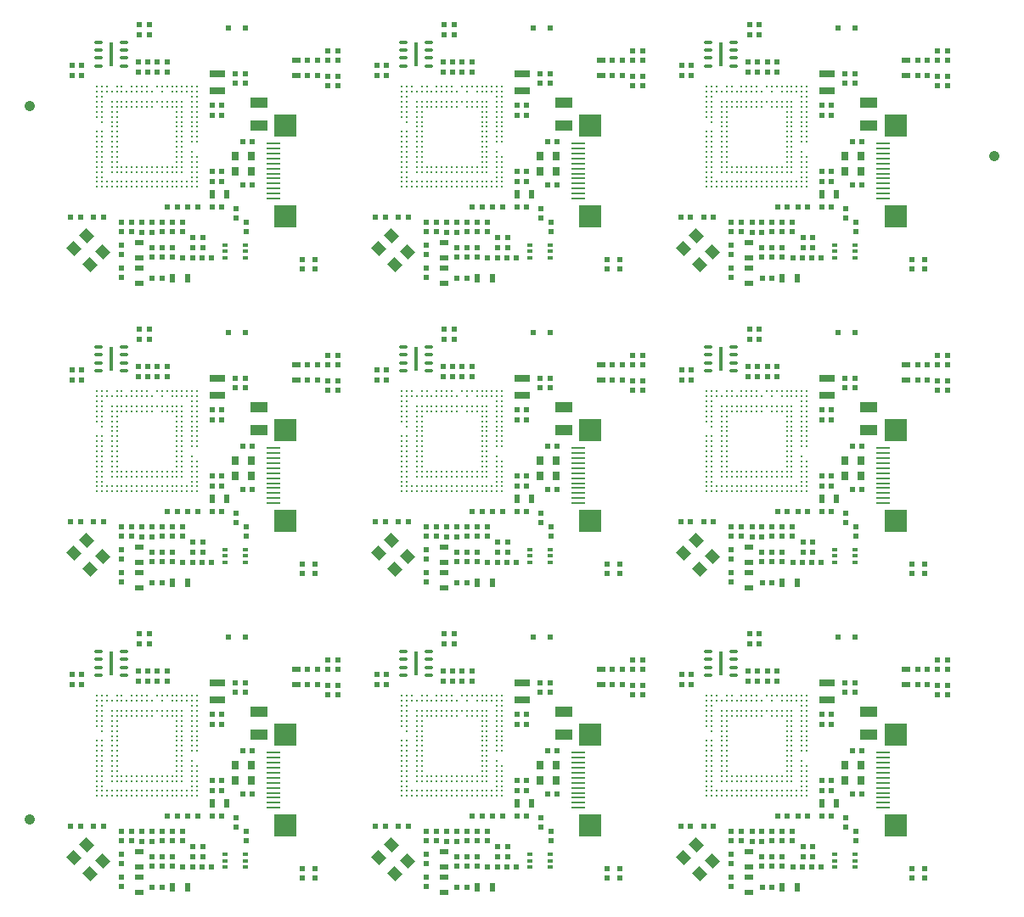
<source format=gbr>
*
%LPD*%
%FSLAX24Y24*%
%MOIN*%
%AD*%
%ADD148C,0.009843*%
%ADD249R,0.01969X0.02362*%
%ADD250R,0.02362X0.03543*%
%ADD251R,0.03543X0.02362*%
%ADD252R,0.02362X0.01969*%
%ADD256R,0.088583X0.088583*%
%ADD261C,0.024*%
%ADD281R,0.059055X0.031496*%
%ADD282R,0.02559X0.03347*%
%AMD24Horz-R90*
4,1,4,0.030069,0.002502,0.002502,0.030069,-0.030069,-0.002502,-0.002502,-0.030069,0.030069,0.002502,90*
%
%ADD283D24Horz-R90*%
%ADD284R,0.055118X0.009843*%
%ADD285R,0.01181X0.09449*%
%ADD286O,0.0374X0.01378*%
%ADD287R,0.02362X0.01181*%
%ADD288R,0.066929X0.043307*%
G54D252*
%SRX1Y1I0.0J0.0*%
G1X10379Y1470D3*
G1X10379Y1844D3*
G1X4779Y1920D3*
G1X4779Y2294D3*
G1X7279Y3844D3*
G1X7279Y3470D3*
G1X11279Y9044D3*
G1X11279Y8670D3*
G1X10879Y8670D3*
G1X10879Y9044D3*
G1X9879Y1470D3*
G1X9879Y1844D3*
G1X4779Y2920D3*
G1X4779Y3294D3*
G1X5179Y3294D3*
G1X5179Y2920D3*
G1X4379Y2920D3*
G1X4379Y3294D3*
G1X3179Y3294D3*
G1X3179Y2920D3*
G1X2779Y2920D3*
G1X2779Y3294D3*
G1X7679Y2920D3*
G1X7679Y3294D3*
G1X4379Y1920D3*
G1X4379Y2294D3*
G1X3979Y2294D3*
G1X3979Y1920D3*
G1X2779Y1120D3*
G1X2779Y1494D3*
G1X2779Y2020D3*
G1X2779Y2394D3*
G1X11279Y10044D3*
G1X11279Y9670D3*
G1X10879Y10044D3*
G1X10879Y9670D3*
G1X7240Y9137D3*
G1X7240Y8763D3*
G1X7640Y8763D3*
G1X7640Y9137D3*
G54D251*
G1X3479Y1503D3*
G1X3479Y2503D3*
G1X9629Y9653D3*
G1X3479Y912D3*
G1X3479Y1912D3*
G1X9629Y9062D3*
G54D250*
G1X6334Y4407D3*
G1X4784Y1107D3*
G1X6924Y4407D3*
G1X5374Y1107D3*
G54D249*
G1X6716Y3907D3*
G1X6342Y3907D3*
G1X6716Y5307D3*
G1X6342Y5307D3*
G1X1216Y9457D3*
G1X842Y9457D3*
G1X4966Y3907D3*
G1X4592Y3907D3*
G1X3866Y10657D3*
G1X3492Y10657D3*
G1X3866Y11057D3*
G1X3492Y11057D3*
G1X3992Y1107D3*
G1X4366Y1107D3*
G1X5192Y1907D3*
G1X5566Y1907D3*
G1X3442Y9607D3*
G1X3816Y9607D3*
G1X6342Y4907D3*
G1X6716Y4907D3*
G1X7542Y4757D3*
G1X7916Y4757D3*
G1X1166Y3507D3*
G1X792Y3507D3*
G1X1692Y3507D3*
G1X2066Y3507D3*
G1X10466Y9057D3*
G1X10092Y9057D3*
G1X4192Y9207D3*
G1X4566Y9207D3*
G1X3592Y3307D3*
G1X3966Y3307D3*
G1X3592Y2907D3*
G1X3966Y2907D3*
G1X5392Y3907D3*
G1X5766Y3907D3*
G1X6716Y7507D3*
G1X6342Y7507D3*
G1X5966Y2307D3*
G1X5592Y2307D3*
G1X5592Y2707D3*
G1X5966Y2707D3*
G1X5942Y1907D3*
G1X6316Y1907D3*
G1X1216Y9057D3*
G1X842Y9057D3*
G1X4566Y9607D3*
G1X4192Y9607D3*
G1X3816Y9207D3*
G1X3442Y9207D3*
G1X7916Y6457D3*
G1X7542Y6457D3*
G1X6342Y7907D3*
G1X6716Y7907D3*
G1X10466Y9657D3*
G1X10092Y9657D3*
G54D148*
G1X1811Y7445D3*
G1X1811Y5279D3*
G1X1811Y6264D3*
G1X1811Y5082D3*
G1X1811Y4886D3*
G1X1811Y6854D3*
G1X1811Y4689D3*
G1X1811Y8626D3*
G1X2007Y8626D3*
G1X2204Y8626D3*
G1X2795Y8626D3*
G1X2598Y8626D3*
G1X3188Y8626D3*
G1X3385Y8626D3*
G1X3582Y8626D3*
G1X3779Y8626D3*
G1X4173Y8626D3*
G1X4370Y8626D3*
G1X4566Y8626D3*
G1X4763Y8626D3*
G1X4960Y8626D3*
G1X5157Y8626D3*
G1X5354Y8626D3*
G1X5551Y8626D3*
G1X5747Y8626D3*
G1X1811Y8429D3*
G1X2007Y8429D3*
G1X2204Y8429D3*
G1X2401Y8429D3*
G1X2598Y8429D3*
G1X2795Y8429D3*
G1X2992Y8429D3*
G1X3188Y8429D3*
G1X3385Y8429D3*
G1X3582Y8429D3*
G1X3779Y8429D3*
G1X3976Y8429D3*
G1X4370Y8429D3*
G1X4763Y8429D3*
G1X4960Y8429D3*
G1X5157Y8429D3*
G1X5354Y8429D3*
G1X5551Y8429D3*
G1X5747Y8429D3*
G1X1811Y8232D3*
G1X2007Y8232D3*
G1X5551Y8232D3*
G1X5747Y8232D3*
G1X1811Y8035D3*
G1X2007Y8035D3*
G1X2401Y8035D3*
G1X2795Y8035D3*
G1X2992Y8035D3*
G1X3188Y8035D3*
G1X3385Y8035D3*
G1X3582Y8035D3*
G1X3779Y8035D3*
G1X3976Y8035D3*
G1X4173Y8035D3*
G1X4370Y8035D3*
G1X4566Y8035D3*
G1X4763Y8035D3*
G1X4960Y8035D3*
G1X5157Y8035D3*
G1X5551Y8035D3*
G1X5747Y8035D3*
G1X1811Y7838D3*
G1X2007Y7838D3*
G1X2401Y7838D3*
G1X2598Y7838D3*
G1X2795Y7838D3*
G1X2992Y7838D3*
G1X3188Y7838D3*
G1X3385Y7838D3*
G1X3582Y7838D3*
G1X3779Y7838D3*
G1X3976Y7838D3*
G1X4370Y7838D3*
G1X4566Y7838D3*
G1X4763Y7838D3*
G1X4960Y7838D3*
G1X5157Y7838D3*
G1X5551Y7838D3*
G1X5747Y7838D3*
G1X1811Y7641D3*
G1X2007Y7641D3*
G1X2401Y7641D3*
G1X2598Y7641D3*
G1X4960Y7641D3*
G1X5157Y7641D3*
G1X5551Y7641D3*
G1X5747Y7641D3*
G1X2007Y7445D3*
G1X2401Y7445D3*
G1X2598Y7445D3*
G1X4960Y7445D3*
G1X5157Y7445D3*
G1X5551Y7445D3*
G1X5747Y7445D3*
G1X2007Y7248D3*
G1X2401Y7248D3*
G1X2598Y7248D3*
G1X4960Y7248D3*
G1X5157Y7248D3*
G1X5551Y7248D3*
G1X5747Y7248D3*
G1X2401Y7051D3*
G1X2598Y7051D3*
G1X4960Y7051D3*
G1X5157Y7051D3*
G1X5551Y7051D3*
G1X5747Y7051D3*
G1X2007Y6854D3*
G1X2401Y6854D3*
G1X2598Y6854D3*
G1X4960Y6854D3*
G1X5157Y6854D3*
G1X5551Y6854D3*
G1X5747Y6854D3*
G1X1811Y6657D3*
G1X2007Y6657D3*
G1X2401Y6657D3*
G1X2598Y6657D3*
G1X4960Y6657D3*
G1X5157Y6657D3*
G1X5551Y6657D3*
G1X5747Y6657D3*
G1X1811Y6460D3*
G1X2007Y6460D3*
G1X2401Y6460D3*
G1X2598Y6460D3*
G1X4960Y6460D3*
G1X5157Y6460D3*
G1X5551Y6460D3*
G1X5747Y6460D3*
G1X2007Y6264D3*
G1X2401Y6264D3*
G1X2598Y6264D3*
G1X4960Y6264D3*
G1X5157Y6264D3*
G1X1811Y6067D3*
G1X2007Y6067D3*
G1X2401Y6067D3*
G1X2598Y6067D3*
G1X4960Y6067D3*
G1X5157Y6067D3*
G1X5551Y6067D3*
G1X1811Y5870D3*
G1X2007Y5870D3*
G1X2401Y5870D3*
G1X2598Y5870D3*
G1X4960Y5870D3*
G1X5157Y5870D3*
G1X5551Y5870D3*
G1X5747Y5870D3*
G1X1811Y5673D3*
G1X2007Y5673D3*
G1X2401Y5673D3*
G1X2598Y5673D3*
G1X4960Y5673D3*
G1X5157Y5673D3*
G1X5551Y5673D3*
G1X5747Y5673D3*
G1X1811Y5476D3*
G1X2007Y5476D3*
G1X2401Y5476D3*
G1X2598Y5476D3*
G1X2795Y5476D3*
G1X2992Y5476D3*
G1X3188Y5476D3*
G1X3385Y5476D3*
G1X3582Y5476D3*
G1X3779Y5476D3*
G1X3976Y5476D3*
G1X4173Y5476D3*
G1X4370Y5476D3*
G1X4566Y5476D3*
G1X4763Y5476D3*
G1X4960Y5476D3*
G1X5157Y5476D3*
G1X5551Y5476D3*
G1X5747Y5476D3*
G1X2007Y5279D3*
G1X2401Y5279D3*
G1X2598Y5279D3*
G1X2795Y5279D3*
G1X2992Y5279D3*
G1X3188Y5279D3*
G1X3385Y5279D3*
G1X3582Y5279D3*
G1X3779Y5279D3*
G1X3976Y5279D3*
G1X4173Y5279D3*
G1X4370Y5279D3*
G1X4566Y5279D3*
G1X4763Y5279D3*
G1X4960Y5279D3*
G1X5157Y5279D3*
G1X5551Y5279D3*
G1X5747Y5279D3*
G1X2007Y5082D3*
G1X5551Y5082D3*
G1X5747Y5082D3*
G1X2007Y4886D3*
G1X2204Y4886D3*
G1X2401Y4886D3*
G1X2598Y4886D3*
G1X2795Y4886D3*
G1X2992Y4886D3*
G1X3188Y4886D3*
G1X3385Y4886D3*
G1X3582Y4886D3*
G1X3779Y4886D3*
G1X3976Y4886D3*
G1X4173Y4886D3*
G1X4370Y4886D3*
G1X4566Y4886D3*
G1X4763Y4886D3*
G1X4960Y4886D3*
G1X5157Y4886D3*
G1X5354Y4886D3*
G1X5551Y4886D3*
G1X5747Y4886D3*
G1X2007Y4689D3*
G1X2204Y4689D3*
G1X2401Y4689D3*
G1X2598Y4689D3*
G1X2795Y4689D3*
G1X2992Y4689D3*
G1X3188Y4689D3*
G1X3385Y4689D3*
G1X3582Y4689D3*
G1X3779Y4689D3*
G1X3976Y4689D3*
G1X4173Y4689D3*
G1X4370Y4689D3*
G1X4566Y4689D3*
G1X4763Y4689D3*
G1X4960Y4689D3*
G1X5157Y4689D3*
G1X5354Y4689D3*
G1X5551Y4689D3*
G1X5747Y4689D3*
G1X2598Y8035D3*
G54D261*
G1X7639Y10937D3*
G1X6969Y10937D3*
G54D281*
G1X6540Y8455D3*
G1X6540Y9144D3*
G54D282*
G1X7879Y5297D3*
G1X7879Y5907D3*
G1X7229Y5297D3*
G1X7229Y5907D3*
G54D283*
G1X1409Y2778D3*
G1X908Y2277D3*
G1X2050Y2138D3*
G1X1549Y1637D3*
G54D284*
G1X8733Y4229D3*
G1X8733Y4425D3*
G1X8733Y6394D3*
G1X8733Y6197D3*
G1X8733Y6000D3*
G1X8733Y5803D3*
G1X8733Y5607D3*
G1X8733Y5410D3*
G1X8733Y5213D3*
G1X8733Y5016D3*
G1X8733Y4819D3*
G1X8733Y4622D3*
G54D256*
G1X9225Y7093D3*
G1X9225Y3530D3*
G54D285*
G1X2379Y9907D3*
G54D286*
G1X2891Y9435D3*
G1X2891Y9750D3*
G1X2891Y10065D3*
G1X2891Y10380D3*
G1X1867Y10380D3*
G1X1867Y10065D3*
G1X1867Y9750D3*
G1X1867Y9435D3*
G54D287*
G1X7656Y2407D3*
G1X7656Y2151D3*
G1X7656Y1895D3*
G1X6829Y1895D3*
G1X6829Y2151D3*
G1X6829Y2407D3*
G54D288*
G1X8179Y8010D3*
G1X8179Y7104D3*
G54D252*
G1X10379Y13439D3*
G1X10379Y13813D3*
G1X4779Y13889D3*
G1X4779Y14263D3*
G1X7279Y15813D3*
G1X7279Y15439D3*
G1X11279Y21013D3*
G1X11279Y20639D3*
G1X10879Y20639D3*
G1X10879Y21013D3*
G1X9879Y13439D3*
G1X9879Y13813D3*
G1X4779Y14889D3*
G1X4779Y15263D3*
G1X5179Y15263D3*
G1X5179Y14889D3*
G1X4379Y14889D3*
G1X4379Y15263D3*
G1X3179Y15263D3*
G1X3179Y14889D3*
G1X2779Y14889D3*
G1X2779Y15263D3*
G1X7679Y14889D3*
G1X7679Y15263D3*
G1X4379Y13889D3*
G1X4379Y14263D3*
G1X3979Y14263D3*
G1X3979Y13889D3*
G1X2779Y13089D3*
G1X2779Y13463D3*
G1X2779Y13989D3*
G1X2779Y14363D3*
G1X11279Y22013D3*
G1X11279Y21639D3*
G1X10879Y22013D3*
G1X10879Y21639D3*
G1X7240Y21106D3*
G1X7240Y20732D3*
G1X7640Y20732D3*
G1X7640Y21106D3*
G54D251*
G1X3479Y13472D3*
G1X3479Y14472D3*
G1X9629Y21622D3*
G1X3479Y12881D3*
G1X3479Y13881D3*
G1X9629Y21031D3*
G54D250*
G1X6334Y16376D3*
G1X4784Y13076D3*
G1X6924Y16376D3*
G1X5374Y13076D3*
G54D249*
G1X6716Y15876D3*
G1X6342Y15876D3*
G1X6716Y17276D3*
G1X6342Y17276D3*
G1X1216Y21426D3*
G1X842Y21426D3*
G1X4966Y15876D3*
G1X4592Y15876D3*
G1X3866Y22626D3*
G1X3492Y22626D3*
G1X3866Y23026D3*
G1X3492Y23026D3*
G1X3992Y13076D3*
G1X4366Y13076D3*
G1X5192Y13876D3*
G1X5566Y13876D3*
G1X3442Y21576D3*
G1X3816Y21576D3*
G1X6342Y16876D3*
G1X6716Y16876D3*
G1X7542Y16726D3*
G1X7916Y16726D3*
G1X1166Y15476D3*
G1X792Y15476D3*
G1X1692Y15476D3*
G1X2066Y15476D3*
G1X10466Y21026D3*
G1X10092Y21026D3*
G1X4192Y21176D3*
G1X4566Y21176D3*
G1X3592Y15276D3*
G1X3966Y15276D3*
G1X3592Y14876D3*
G1X3966Y14876D3*
G1X5392Y15876D3*
G1X5766Y15876D3*
G1X6716Y19476D3*
G1X6342Y19476D3*
G1X5966Y14276D3*
G1X5592Y14276D3*
G1X5592Y14676D3*
G1X5966Y14676D3*
G1X5942Y13876D3*
G1X6316Y13876D3*
G1X1216Y21026D3*
G1X842Y21026D3*
G1X4566Y21576D3*
G1X4192Y21576D3*
G1X3816Y21176D3*
G1X3442Y21176D3*
G1X7916Y18426D3*
G1X7542Y18426D3*
G1X6342Y19876D3*
G1X6716Y19876D3*
G1X10466Y21626D3*
G1X10092Y21626D3*
G54D148*
G1X1811Y19414D3*
G1X1811Y17248D3*
G1X1811Y18233D3*
G1X1811Y17051D3*
G1X1811Y16855D3*
G1X1811Y18823D3*
G1X1811Y16658D3*
G1X1811Y20595D3*
G1X2007Y20595D3*
G1X2204Y20595D3*
G1X2795Y20595D3*
G1X2598Y20595D3*
G1X3188Y20595D3*
G1X3385Y20595D3*
G1X3582Y20595D3*
G1X3779Y20595D3*
G1X4173Y20595D3*
G1X4370Y20595D3*
G1X4566Y20595D3*
G1X4763Y20595D3*
G1X4960Y20595D3*
G1X5157Y20595D3*
G1X5354Y20595D3*
G1X5551Y20595D3*
G1X5747Y20595D3*
G1X1811Y20398D3*
G1X2007Y20398D3*
G1X2204Y20398D3*
G1X2401Y20398D3*
G1X2598Y20398D3*
G1X2795Y20398D3*
G1X2992Y20398D3*
G1X3188Y20398D3*
G1X3385Y20398D3*
G1X3582Y20398D3*
G1X3779Y20398D3*
G1X3976Y20398D3*
G1X4370Y20398D3*
G1X4763Y20398D3*
G1X4960Y20398D3*
G1X5157Y20398D3*
G1X5354Y20398D3*
G1X5551Y20398D3*
G1X5747Y20398D3*
G1X1811Y20201D3*
G1X2007Y20201D3*
G1X5551Y20201D3*
G1X5747Y20201D3*
G1X1811Y20004D3*
G1X2007Y20004D3*
G1X2401Y20004D3*
G1X2795Y20004D3*
G1X2992Y20004D3*
G1X3188Y20004D3*
G1X3385Y20004D3*
G1X3582Y20004D3*
G1X3779Y20004D3*
G1X3976Y20004D3*
G1X4173Y20004D3*
G1X4370Y20004D3*
G1X4566Y20004D3*
G1X4763Y20004D3*
G1X4960Y20004D3*
G1X5157Y20004D3*
G1X5551Y20004D3*
G1X5747Y20004D3*
G1X1811Y19807D3*
G1X2007Y19807D3*
G1X2401Y19807D3*
G1X2598Y19807D3*
G1X2795Y19807D3*
G1X2992Y19807D3*
G1X3188Y19807D3*
G1X3385Y19807D3*
G1X3582Y19807D3*
G1X3779Y19807D3*
G1X3976Y19807D3*
G1X4370Y19807D3*
G1X4566Y19807D3*
G1X4763Y19807D3*
G1X4960Y19807D3*
G1X5157Y19807D3*
G1X5551Y19807D3*
G1X5747Y19807D3*
G1X1811Y19610D3*
G1X2007Y19610D3*
G1X2401Y19610D3*
G1X2598Y19610D3*
G1X4960Y19610D3*
G1X5157Y19610D3*
G1X5551Y19610D3*
G1X5747Y19610D3*
G1X2007Y19414D3*
G1X2401Y19414D3*
G1X2598Y19414D3*
G1X4960Y19414D3*
G1X5157Y19414D3*
G1X5551Y19414D3*
G1X5747Y19414D3*
G1X2007Y19217D3*
G1X2401Y19217D3*
G1X2598Y19217D3*
G1X4960Y19217D3*
G1X5157Y19217D3*
G1X5551Y19217D3*
G1X5747Y19217D3*
G1X2401Y19020D3*
G1X2598Y19020D3*
G1X4960Y19020D3*
G1X5157Y19020D3*
G1X5551Y19020D3*
G1X5747Y19020D3*
G1X2007Y18823D3*
G1X2401Y18823D3*
G1X2598Y18823D3*
G1X4960Y18823D3*
G1X5157Y18823D3*
G1X5551Y18823D3*
G1X5747Y18823D3*
G1X1811Y18626D3*
G1X2007Y18626D3*
G1X2401Y18626D3*
G1X2598Y18626D3*
G1X4960Y18626D3*
G1X5157Y18626D3*
G1X5551Y18626D3*
G1X5747Y18626D3*
G1X1811Y18429D3*
G1X2007Y18429D3*
G1X2401Y18429D3*
G1X2598Y18429D3*
G1X4960Y18429D3*
G1X5157Y18429D3*
G1X5551Y18429D3*
G1X5747Y18429D3*
G1X2007Y18233D3*
G1X2401Y18233D3*
G1X2598Y18233D3*
G1X4960Y18233D3*
G1X5157Y18233D3*
G1X1811Y18036D3*
G1X2007Y18036D3*
G1X2401Y18036D3*
G1X2598Y18036D3*
G1X4960Y18036D3*
G1X5157Y18036D3*
G1X5551Y18036D3*
G1X1811Y17839D3*
G1X2007Y17839D3*
G1X2401Y17839D3*
G1X2598Y17839D3*
G1X4960Y17839D3*
G1X5157Y17839D3*
G1X5551Y17839D3*
G1X5747Y17839D3*
G1X1811Y17642D3*
G1X2007Y17642D3*
G1X2401Y17642D3*
G1X2598Y17642D3*
G1X4960Y17642D3*
G1X5157Y17642D3*
G1X5551Y17642D3*
G1X5747Y17642D3*
G1X1811Y17445D3*
G1X2007Y17445D3*
G1X2401Y17445D3*
G1X2598Y17445D3*
G1X2795Y17445D3*
G1X2992Y17445D3*
G1X3188Y17445D3*
G1X3385Y17445D3*
G1X3582Y17445D3*
G1X3779Y17445D3*
G1X3976Y17445D3*
G1X4173Y17445D3*
G1X4370Y17445D3*
G1X4566Y17445D3*
G1X4763Y17445D3*
G1X4960Y17445D3*
G1X5157Y17445D3*
G1X5551Y17445D3*
G1X5747Y17445D3*
G1X2007Y17248D3*
G1X2401Y17248D3*
G1X2598Y17248D3*
G1X2795Y17248D3*
G1X2992Y17248D3*
G1X3188Y17248D3*
G1X3385Y17248D3*
G1X3582Y17248D3*
G1X3779Y17248D3*
G1X3976Y17248D3*
G1X4173Y17248D3*
G1X4370Y17248D3*
G1X4566Y17248D3*
G1X4763Y17248D3*
G1X4960Y17248D3*
G1X5157Y17248D3*
G1X5551Y17248D3*
G1X5747Y17248D3*
G1X2007Y17051D3*
G1X5551Y17051D3*
G1X5747Y17051D3*
G1X2007Y16855D3*
G1X2204Y16855D3*
G1X2401Y16855D3*
G1X2598Y16855D3*
G1X2795Y16855D3*
G1X2992Y16855D3*
G1X3188Y16855D3*
G1X3385Y16855D3*
G1X3582Y16855D3*
G1X3779Y16855D3*
G1X3976Y16855D3*
G1X4173Y16855D3*
G1X4370Y16855D3*
G1X4566Y16855D3*
G1X4763Y16855D3*
G1X4960Y16855D3*
G1X5157Y16855D3*
G1X5354Y16855D3*
G1X5551Y16855D3*
G1X5747Y16855D3*
G1X2007Y16658D3*
G1X2204Y16658D3*
G1X2401Y16658D3*
G1X2598Y16658D3*
G1X2795Y16658D3*
G1X2992Y16658D3*
G1X3188Y16658D3*
G1X3385Y16658D3*
G1X3582Y16658D3*
G1X3779Y16658D3*
G1X3976Y16658D3*
G1X4173Y16658D3*
G1X4370Y16658D3*
G1X4566Y16658D3*
G1X4763Y16658D3*
G1X4960Y16658D3*
G1X5157Y16658D3*
G1X5354Y16658D3*
G1X5551Y16658D3*
G1X5747Y16658D3*
G1X2598Y20004D3*
G54D261*
G1X7639Y22906D3*
G1X6969Y22906D3*
G54D281*
G1X6540Y20424D3*
G1X6540Y21113D3*
G54D282*
G1X7879Y17266D3*
G1X7879Y17876D3*
G1X7229Y17266D3*
G1X7229Y17876D3*
G54D283*
G1X1409Y14747D3*
G1X908Y14246D3*
G1X2050Y14107D3*
G1X1549Y13606D3*
G54D284*
G1X8733Y16198D3*
G1X8733Y16394D3*
G1X8733Y18363D3*
G1X8733Y18166D3*
G1X8733Y17969D3*
G1X8733Y17772D3*
G1X8733Y17576D3*
G1X8733Y17379D3*
G1X8733Y17182D3*
G1X8733Y16985D3*
G1X8733Y16788D3*
G1X8733Y16591D3*
G54D256*
G1X9225Y19062D3*
G1X9225Y15499D3*
G54D285*
G1X2379Y21876D3*
G54D286*
G1X2891Y21404D3*
G1X2891Y21719D3*
G1X2891Y22034D3*
G1X2891Y22349D3*
G1X1867Y22349D3*
G1X1867Y22034D3*
G1X1867Y21719D3*
G1X1867Y21404D3*
G54D287*
G1X7656Y14376D3*
G1X7656Y14120D3*
G1X7656Y13864D3*
G1X6829Y13864D3*
G1X6829Y14120D3*
G1X6829Y14376D3*
G54D288*
G1X8179Y19979D3*
G1X8179Y19073D3*
G54D252*
G1X10379Y25407D3*
G1X10379Y25781D3*
G1X4779Y25857D3*
G1X4779Y26231D3*
G1X7279Y27781D3*
G1X7279Y27407D3*
G1X11279Y32981D3*
G1X11279Y32607D3*
G1X10879Y32607D3*
G1X10879Y32981D3*
G1X9879Y25407D3*
G1X9879Y25781D3*
G1X4779Y26857D3*
G1X4779Y27231D3*
G1X5179Y27231D3*
G1X5179Y26857D3*
G1X4379Y26857D3*
G1X4379Y27231D3*
G1X3179Y27231D3*
G1X3179Y26857D3*
G1X2779Y26857D3*
G1X2779Y27231D3*
G1X7679Y26857D3*
G1X7679Y27231D3*
G1X4379Y25857D3*
G1X4379Y26231D3*
G1X3979Y26231D3*
G1X3979Y25857D3*
G1X2779Y25057D3*
G1X2779Y25431D3*
G1X2779Y25957D3*
G1X2779Y26331D3*
G1X11279Y33981D3*
G1X11279Y33607D3*
G1X10879Y33981D3*
G1X10879Y33607D3*
G1X7240Y33074D3*
G1X7240Y32700D3*
G1X7640Y32700D3*
G1X7640Y33074D3*
G54D251*
G1X3479Y25440D3*
G1X3479Y26440D3*
G1X9629Y33590D3*
G1X3479Y24849D3*
G1X3479Y25849D3*
G1X9629Y32999D3*
G54D250*
G1X6334Y28344D3*
G1X4784Y25044D3*
G1X6924Y28344D3*
G1X5374Y25044D3*
G54D249*
G1X6716Y27844D3*
G1X6342Y27844D3*
G1X6716Y29244D3*
G1X6342Y29244D3*
G1X1216Y33394D3*
G1X842Y33394D3*
G1X4966Y27844D3*
G1X4592Y27844D3*
G1X3866Y34594D3*
G1X3492Y34594D3*
G1X3866Y34994D3*
G1X3492Y34994D3*
G1X3992Y25044D3*
G1X4366Y25044D3*
G1X5192Y25844D3*
G1X5566Y25844D3*
G1X3442Y33544D3*
G1X3816Y33544D3*
G1X6342Y28844D3*
G1X6716Y28844D3*
G1X7542Y28694D3*
G1X7916Y28694D3*
G1X1166Y27444D3*
G1X792Y27444D3*
G1X1692Y27444D3*
G1X2066Y27444D3*
G1X10466Y32994D3*
G1X10092Y32994D3*
G1X4192Y33144D3*
G1X4566Y33144D3*
G1X3592Y27244D3*
G1X3966Y27244D3*
G1X3592Y26844D3*
G1X3966Y26844D3*
G1X5392Y27844D3*
G1X5766Y27844D3*
G1X6716Y31444D3*
G1X6342Y31444D3*
G1X5966Y26244D3*
G1X5592Y26244D3*
G1X5592Y26644D3*
G1X5966Y26644D3*
G1X5942Y25844D3*
G1X6316Y25844D3*
G1X1216Y32994D3*
G1X842Y32994D3*
G1X4566Y33544D3*
G1X4192Y33544D3*
G1X3816Y33144D3*
G1X3442Y33144D3*
G1X7916Y30394D3*
G1X7542Y30394D3*
G1X6342Y31844D3*
G1X6716Y31844D3*
G1X10466Y33594D3*
G1X10092Y33594D3*
G54D148*
G1X1811Y31382D3*
G1X1811Y29216D3*
G1X1811Y30201D3*
G1X1811Y29019D3*
G1X1811Y28823D3*
G1X1811Y30791D3*
G1X1811Y28626D3*
G1X1811Y32563D3*
G1X2007Y32563D3*
G1X2204Y32563D3*
G1X2795Y32563D3*
G1X2598Y32563D3*
G1X3188Y32563D3*
G1X3385Y32563D3*
G1X3582Y32563D3*
G1X3779Y32563D3*
G1X4173Y32563D3*
G1X4370Y32563D3*
G1X4566Y32563D3*
G1X4763Y32563D3*
G1X4960Y32563D3*
G1X5157Y32563D3*
G1X5354Y32563D3*
G1X5551Y32563D3*
G1X5747Y32563D3*
G1X1811Y32366D3*
G1X2007Y32366D3*
G1X2204Y32366D3*
G1X2401Y32366D3*
G1X2598Y32366D3*
G1X2795Y32366D3*
G1X2992Y32366D3*
G1X3188Y32366D3*
G1X3385Y32366D3*
G1X3582Y32366D3*
G1X3779Y32366D3*
G1X3976Y32366D3*
G1X4370Y32366D3*
G1X4763Y32366D3*
G1X4960Y32366D3*
G1X5157Y32366D3*
G1X5354Y32366D3*
G1X5551Y32366D3*
G1X5747Y32366D3*
G1X1811Y32169D3*
G1X2007Y32169D3*
G1X5551Y32169D3*
G1X5747Y32169D3*
G1X1811Y31972D3*
G1X2007Y31972D3*
G1X2401Y31972D3*
G1X2795Y31972D3*
G1X2992Y31972D3*
G1X3188Y31972D3*
G1X3385Y31972D3*
G1X3582Y31972D3*
G1X3779Y31972D3*
G1X3976Y31972D3*
G1X4173Y31972D3*
G1X4370Y31972D3*
G1X4566Y31972D3*
G1X4763Y31972D3*
G1X4960Y31972D3*
G1X5157Y31972D3*
G1X5551Y31972D3*
G1X5747Y31972D3*
G1X1811Y31775D3*
G1X2007Y31775D3*
G1X2401Y31775D3*
G1X2598Y31775D3*
G1X2795Y31775D3*
G1X2992Y31775D3*
G1X3188Y31775D3*
G1X3385Y31775D3*
G1X3582Y31775D3*
G1X3779Y31775D3*
G1X3976Y31775D3*
G1X4370Y31775D3*
G1X4566Y31775D3*
G1X4763Y31775D3*
G1X4960Y31775D3*
G1X5157Y31775D3*
G1X5551Y31775D3*
G1X5747Y31775D3*
G1X1811Y31578D3*
G1X2007Y31578D3*
G1X2401Y31578D3*
G1X2598Y31578D3*
G1X4960Y31578D3*
G1X5157Y31578D3*
G1X5551Y31578D3*
G1X5747Y31578D3*
G1X2007Y31382D3*
G1X2401Y31382D3*
G1X2598Y31382D3*
G1X4960Y31382D3*
G1X5157Y31382D3*
G1X5551Y31382D3*
G1X5747Y31382D3*
G1X2007Y31185D3*
G1X2401Y31185D3*
G1X2598Y31185D3*
G1X4960Y31185D3*
G1X5157Y31185D3*
G1X5551Y31185D3*
G1X5747Y31185D3*
G1X2401Y30988D3*
G1X2598Y30988D3*
G1X4960Y30988D3*
G1X5157Y30988D3*
G1X5551Y30988D3*
G1X5747Y30988D3*
G1X2007Y30791D3*
G1X2401Y30791D3*
G1X2598Y30791D3*
G1X4960Y30791D3*
G1X5157Y30791D3*
G1X5551Y30791D3*
G1X5747Y30791D3*
G1X1811Y30594D3*
G1X2007Y30594D3*
G1X2401Y30594D3*
G1X2598Y30594D3*
G1X4960Y30594D3*
G1X5157Y30594D3*
G1X5551Y30594D3*
G1X5747Y30594D3*
G1X1811Y30397D3*
G1X2007Y30397D3*
G1X2401Y30397D3*
G1X2598Y30397D3*
G1X4960Y30397D3*
G1X5157Y30397D3*
G1X5551Y30397D3*
G1X5747Y30397D3*
G1X2007Y30201D3*
G1X2401Y30201D3*
G1X2598Y30201D3*
G1X4960Y30201D3*
G1X5157Y30201D3*
G1X1811Y30004D3*
G1X2007Y30004D3*
G1X2401Y30004D3*
G1X2598Y30004D3*
G1X4960Y30004D3*
G1X5157Y30004D3*
G1X5551Y30004D3*
G1X1811Y29807D3*
G1X2007Y29807D3*
G1X2401Y29807D3*
G1X2598Y29807D3*
G1X4960Y29807D3*
G1X5157Y29807D3*
G1X5551Y29807D3*
G1X5747Y29807D3*
G1X1811Y29610D3*
G1X2007Y29610D3*
G1X2401Y29610D3*
G1X2598Y29610D3*
G1X4960Y29610D3*
G1X5157Y29610D3*
G1X5551Y29610D3*
G1X5747Y29610D3*
G1X1811Y29413D3*
G1X2007Y29413D3*
G1X2401Y29413D3*
G1X2598Y29413D3*
G1X2795Y29413D3*
G1X2992Y29413D3*
G1X3188Y29413D3*
G1X3385Y29413D3*
G1X3582Y29413D3*
G1X3779Y29413D3*
G1X3976Y29413D3*
G1X4173Y29413D3*
G1X4370Y29413D3*
G1X4566Y29413D3*
G1X4763Y29413D3*
G1X4960Y29413D3*
G1X5157Y29413D3*
G1X5551Y29413D3*
G1X5747Y29413D3*
G1X2007Y29216D3*
G1X2401Y29216D3*
G1X2598Y29216D3*
G1X2795Y29216D3*
G1X2992Y29216D3*
G1X3188Y29216D3*
G1X3385Y29216D3*
G1X3582Y29216D3*
G1X3779Y29216D3*
G1X3976Y29216D3*
G1X4173Y29216D3*
G1X4370Y29216D3*
G1X4566Y29216D3*
G1X4763Y29216D3*
G1X4960Y29216D3*
G1X5157Y29216D3*
G1X5551Y29216D3*
G1X5747Y29216D3*
G1X2007Y29019D3*
G1X5551Y29019D3*
G1X5747Y29019D3*
G1X2007Y28823D3*
G1X2204Y28823D3*
G1X2401Y28823D3*
G1X2598Y28823D3*
G1X2795Y28823D3*
G1X2992Y28823D3*
G1X3188Y28823D3*
G1X3385Y28823D3*
G1X3582Y28823D3*
G1X3779Y28823D3*
G1X3976Y28823D3*
G1X4173Y28823D3*
G1X4370Y28823D3*
G1X4566Y28823D3*
G1X4763Y28823D3*
G1X4960Y28823D3*
G1X5157Y28823D3*
G1X5354Y28823D3*
G1X5551Y28823D3*
G1X5747Y28823D3*
G1X2007Y28626D3*
G1X2204Y28626D3*
G1X2401Y28626D3*
G1X2598Y28626D3*
G1X2795Y28626D3*
G1X2992Y28626D3*
G1X3188Y28626D3*
G1X3385Y28626D3*
G1X3582Y28626D3*
G1X3779Y28626D3*
G1X3976Y28626D3*
G1X4173Y28626D3*
G1X4370Y28626D3*
G1X4566Y28626D3*
G1X4763Y28626D3*
G1X4960Y28626D3*
G1X5157Y28626D3*
G1X5354Y28626D3*
G1X5551Y28626D3*
G1X5747Y28626D3*
G1X2598Y31972D3*
G54D261*
G1X7639Y34874D3*
G1X6969Y34874D3*
G54D281*
G1X6540Y32392D3*
G1X6540Y33081D3*
G54D282*
G1X7879Y29234D3*
G1X7879Y29844D3*
G1X7229Y29234D3*
G1X7229Y29844D3*
G54D283*
G1X1409Y26715D3*
G1X908Y26214D3*
G1X2050Y26075D3*
G1X1549Y25574D3*
G54D284*
G1X8733Y28166D3*
G1X8733Y28362D3*
G1X8733Y30331D3*
G1X8733Y30134D3*
G1X8733Y29937D3*
G1X8733Y29740D3*
G1X8733Y29544D3*
G1X8733Y29347D3*
G1X8733Y29150D3*
G1X8733Y28953D3*
G1X8733Y28756D3*
G1X8733Y28559D3*
G54D256*
G1X9225Y31030D3*
G1X9225Y27467D3*
G54D285*
G1X2379Y33844D3*
G54D286*
G1X2891Y33372D3*
G1X2891Y33687D3*
G1X2891Y34002D3*
G1X2891Y34317D3*
G1X1867Y34317D3*
G1X1867Y34002D3*
G1X1867Y33687D3*
G1X1867Y33372D3*
G54D287*
G1X7656Y26344D3*
G1X7656Y26088D3*
G1X7656Y25832D3*
G1X6829Y25832D3*
G1X6829Y26088D3*
G1X6829Y26344D3*
G54D288*
G1X8179Y31947D3*
G1X8179Y31041D3*
G54D252*
G1X22348Y1470D3*
G1X22348Y1844D3*
G1X16748Y1920D3*
G1X16748Y2294D3*
G1X19248Y3844D3*
G1X19248Y3470D3*
G1X23248Y9044D3*
G1X23248Y8670D3*
G1X22848Y8670D3*
G1X22848Y9044D3*
G1X21848Y1470D3*
G1X21848Y1844D3*
G1X16748Y2920D3*
G1X16748Y3294D3*
G1X17148Y3294D3*
G1X17148Y2920D3*
G1X16348Y2920D3*
G1X16348Y3294D3*
G1X15148Y3294D3*
G1X15148Y2920D3*
G1X14748Y2920D3*
G1X14748Y3294D3*
G1X19648Y2920D3*
G1X19648Y3294D3*
G1X16348Y1920D3*
G1X16348Y2294D3*
G1X15948Y2294D3*
G1X15948Y1920D3*
G1X14748Y1120D3*
G1X14748Y1494D3*
G1X14748Y2020D3*
G1X14748Y2394D3*
G1X23248Y10044D3*
G1X23248Y9670D3*
G1X22848Y10044D3*
G1X22848Y9670D3*
G1X19209Y9137D3*
G1X19209Y8763D3*
G1X19609Y8763D3*
G1X19609Y9137D3*
G54D251*
G1X15448Y1503D3*
G1X15448Y2503D3*
G1X21598Y9653D3*
G1X15448Y912D3*
G1X15448Y1912D3*
G1X21598Y9062D3*
G54D250*
G1X18303Y4407D3*
G1X16753Y1107D3*
G1X18893Y4407D3*
G1X17343Y1107D3*
G54D249*
G1X18685Y3907D3*
G1X18311Y3907D3*
G1X18685Y5307D3*
G1X18311Y5307D3*
G1X13185Y9457D3*
G1X12811Y9457D3*
G1X16935Y3907D3*
G1X16561Y3907D3*
G1X15835Y10657D3*
G1X15461Y10657D3*
G1X15835Y11057D3*
G1X15461Y11057D3*
G1X15961Y1107D3*
G1X16335Y1107D3*
G1X17161Y1907D3*
G1X17535Y1907D3*
G1X15411Y9607D3*
G1X15785Y9607D3*
G1X18311Y4907D3*
G1X18685Y4907D3*
G1X19511Y4757D3*
G1X19885Y4757D3*
G1X13135Y3507D3*
G1X12761Y3507D3*
G1X13661Y3507D3*
G1X14035Y3507D3*
G1X22435Y9057D3*
G1X22061Y9057D3*
G1X16161Y9207D3*
G1X16535Y9207D3*
G1X15561Y3307D3*
G1X15935Y3307D3*
G1X15561Y2907D3*
G1X15935Y2907D3*
G1X17361Y3907D3*
G1X17735Y3907D3*
G1X18685Y7507D3*
G1X18311Y7507D3*
G1X17935Y2307D3*
G1X17561Y2307D3*
G1X17561Y2707D3*
G1X17935Y2707D3*
G1X17911Y1907D3*
G1X18285Y1907D3*
G1X13185Y9057D3*
G1X12811Y9057D3*
G1X16535Y9607D3*
G1X16161Y9607D3*
G1X15785Y9207D3*
G1X15411Y9207D3*
G1X19885Y6457D3*
G1X19511Y6457D3*
G1X18311Y7907D3*
G1X18685Y7907D3*
G1X22435Y9657D3*
G1X22061Y9657D3*
G54D148*
G1X13780Y7445D3*
G1X13780Y5279D3*
G1X13780Y6264D3*
G1X13780Y5082D3*
G1X13780Y4886D3*
G1X13780Y6854D3*
G1X13780Y4689D3*
G1X13780Y8626D3*
G1X13976Y8626D3*
G1X14173Y8626D3*
G1X14764Y8626D3*
G1X14567Y8626D3*
G1X15157Y8626D3*
G1X15354Y8626D3*
G1X15551Y8626D3*
G1X15748Y8626D3*
G1X16142Y8626D3*
G1X16339Y8626D3*
G1X16535Y8626D3*
G1X16732Y8626D3*
G1X16929Y8626D3*
G1X17126Y8626D3*
G1X17323Y8626D3*
G1X17520Y8626D3*
G1X17716Y8626D3*
G1X13780Y8429D3*
G1X13976Y8429D3*
G1X14173Y8429D3*
G1X14370Y8429D3*
G1X14567Y8429D3*
G1X14764Y8429D3*
G1X14961Y8429D3*
G1X15157Y8429D3*
G1X15354Y8429D3*
G1X15551Y8429D3*
G1X15748Y8429D3*
G1X15945Y8429D3*
G1X16339Y8429D3*
G1X16732Y8429D3*
G1X16929Y8429D3*
G1X17126Y8429D3*
G1X17323Y8429D3*
G1X17520Y8429D3*
G1X17716Y8429D3*
G1X13780Y8232D3*
G1X13976Y8232D3*
G1X17520Y8232D3*
G1X17716Y8232D3*
G1X13780Y8035D3*
G1X13976Y8035D3*
G1X14370Y8035D3*
G1X14764Y8035D3*
G1X14961Y8035D3*
G1X15157Y8035D3*
G1X15354Y8035D3*
G1X15551Y8035D3*
G1X15748Y8035D3*
G1X15945Y8035D3*
G1X16142Y8035D3*
G1X16339Y8035D3*
G1X16535Y8035D3*
G1X16732Y8035D3*
G1X16929Y8035D3*
G1X17126Y8035D3*
G1X17520Y8035D3*
G1X17716Y8035D3*
G1X13780Y7838D3*
G1X13976Y7838D3*
G1X14370Y7838D3*
G1X14567Y7838D3*
G1X14764Y7838D3*
G1X14961Y7838D3*
G1X15157Y7838D3*
G1X15354Y7838D3*
G1X15551Y7838D3*
G1X15748Y7838D3*
G1X15945Y7838D3*
G1X16339Y7838D3*
G1X16535Y7838D3*
G1X16732Y7838D3*
G1X16929Y7838D3*
G1X17126Y7838D3*
G1X17520Y7838D3*
G1X17716Y7838D3*
G1X13780Y7641D3*
G1X13976Y7641D3*
G1X14370Y7641D3*
G1X14567Y7641D3*
G1X16929Y7641D3*
G1X17126Y7641D3*
G1X17520Y7641D3*
G1X17716Y7641D3*
G1X13976Y7445D3*
G1X14370Y7445D3*
G1X14567Y7445D3*
G1X16929Y7445D3*
G1X17126Y7445D3*
G1X17520Y7445D3*
G1X17716Y7445D3*
G1X13976Y7248D3*
G1X14370Y7248D3*
G1X14567Y7248D3*
G1X16929Y7248D3*
G1X17126Y7248D3*
G1X17520Y7248D3*
G1X17716Y7248D3*
G1X14370Y7051D3*
G1X14567Y7051D3*
G1X16929Y7051D3*
G1X17126Y7051D3*
G1X17520Y7051D3*
G1X17716Y7051D3*
G1X13976Y6854D3*
G1X14370Y6854D3*
G1X14567Y6854D3*
G1X16929Y6854D3*
G1X17126Y6854D3*
G1X17520Y6854D3*
G1X17716Y6854D3*
G1X13780Y6657D3*
G1X13976Y6657D3*
G1X14370Y6657D3*
G1X14567Y6657D3*
G1X16929Y6657D3*
G1X17126Y6657D3*
G1X17520Y6657D3*
G1X17716Y6657D3*
G1X13780Y6460D3*
G1X13976Y6460D3*
G1X14370Y6460D3*
G1X14567Y6460D3*
G1X16929Y6460D3*
G1X17126Y6460D3*
G1X17520Y6460D3*
G1X17716Y6460D3*
G1X13976Y6264D3*
G1X14370Y6264D3*
G1X14567Y6264D3*
G1X16929Y6264D3*
G1X17126Y6264D3*
G1X13780Y6067D3*
G1X13976Y6067D3*
G1X14370Y6067D3*
G1X14567Y6067D3*
G1X16929Y6067D3*
G1X17126Y6067D3*
G1X17520Y6067D3*
G1X13780Y5870D3*
G1X13976Y5870D3*
G1X14370Y5870D3*
G1X14567Y5870D3*
G1X16929Y5870D3*
G1X17126Y5870D3*
G1X17520Y5870D3*
G1X17716Y5870D3*
G1X13780Y5673D3*
G1X13976Y5673D3*
G1X14370Y5673D3*
G1X14567Y5673D3*
G1X16929Y5673D3*
G1X17126Y5673D3*
G1X17520Y5673D3*
G1X17716Y5673D3*
G1X13780Y5476D3*
G1X13976Y5476D3*
G1X14370Y5476D3*
G1X14567Y5476D3*
G1X14764Y5476D3*
G1X14961Y5476D3*
G1X15157Y5476D3*
G1X15354Y5476D3*
G1X15551Y5476D3*
G1X15748Y5476D3*
G1X15945Y5476D3*
G1X16142Y5476D3*
G1X16339Y5476D3*
G1X16535Y5476D3*
G1X16732Y5476D3*
G1X16929Y5476D3*
G1X17126Y5476D3*
G1X17520Y5476D3*
G1X17716Y5476D3*
G1X13976Y5279D3*
G1X14370Y5279D3*
G1X14567Y5279D3*
G1X14764Y5279D3*
G1X14961Y5279D3*
G1X15157Y5279D3*
G1X15354Y5279D3*
G1X15551Y5279D3*
G1X15748Y5279D3*
G1X15945Y5279D3*
G1X16142Y5279D3*
G1X16339Y5279D3*
G1X16535Y5279D3*
G1X16732Y5279D3*
G1X16929Y5279D3*
G1X17126Y5279D3*
G1X17520Y5279D3*
G1X17716Y5279D3*
G1X13976Y5082D3*
G1X17520Y5082D3*
G1X17716Y5082D3*
G1X13976Y4886D3*
G1X14173Y4886D3*
G1X14370Y4886D3*
G1X14567Y4886D3*
G1X14764Y4886D3*
G1X14961Y4886D3*
G1X15157Y4886D3*
G1X15354Y4886D3*
G1X15551Y4886D3*
G1X15748Y4886D3*
G1X15945Y4886D3*
G1X16142Y4886D3*
G1X16339Y4886D3*
G1X16535Y4886D3*
G1X16732Y4886D3*
G1X16929Y4886D3*
G1X17126Y4886D3*
G1X17323Y4886D3*
G1X17520Y4886D3*
G1X17716Y4886D3*
G1X13976Y4689D3*
G1X14173Y4689D3*
G1X14370Y4689D3*
G1X14567Y4689D3*
G1X14764Y4689D3*
G1X14961Y4689D3*
G1X15157Y4689D3*
G1X15354Y4689D3*
G1X15551Y4689D3*
G1X15748Y4689D3*
G1X15945Y4689D3*
G1X16142Y4689D3*
G1X16339Y4689D3*
G1X16535Y4689D3*
G1X16732Y4689D3*
G1X16929Y4689D3*
G1X17126Y4689D3*
G1X17323Y4689D3*
G1X17520Y4689D3*
G1X17716Y4689D3*
G1X14567Y8035D3*
G54D261*
G1X19608Y10937D3*
G1X18938Y10937D3*
G54D281*
G1X18509Y8455D3*
G1X18509Y9144D3*
G54D282*
G1X19848Y5297D3*
G1X19848Y5907D3*
G1X19198Y5297D3*
G1X19198Y5907D3*
G54D283*
G1X13378Y2778D3*
G1X12877Y2277D3*
G1X14019Y2138D3*
G1X13518Y1637D3*
G54D284*
G1X20702Y4229D3*
G1X20702Y4425D3*
G1X20702Y6394D3*
G1X20702Y6197D3*
G1X20702Y6000D3*
G1X20702Y5803D3*
G1X20702Y5607D3*
G1X20702Y5410D3*
G1X20702Y5213D3*
G1X20702Y5016D3*
G1X20702Y4819D3*
G1X20702Y4622D3*
G54D256*
G1X21194Y7093D3*
G1X21194Y3530D3*
G54D285*
G1X14348Y9907D3*
G54D286*
G1X14860Y9435D3*
G1X14860Y9750D3*
G1X14860Y10065D3*
G1X14860Y10380D3*
G1X13836Y10380D3*
G1X13836Y10065D3*
G1X13836Y9750D3*
G1X13836Y9435D3*
G54D287*
G1X19625Y2407D3*
G1X19625Y2151D3*
G1X19625Y1895D3*
G1X18798Y1895D3*
G1X18798Y2151D3*
G1X18798Y2407D3*
G54D288*
G1X20148Y8010D3*
G1X20148Y7104D3*
G54D252*
G1X22348Y13439D3*
G1X22348Y13813D3*
G1X16748Y13889D3*
G1X16748Y14263D3*
G1X19248Y15813D3*
G1X19248Y15439D3*
G1X23248Y21013D3*
G1X23248Y20639D3*
G1X22848Y20639D3*
G1X22848Y21013D3*
G1X21848Y13439D3*
G1X21848Y13813D3*
G1X16748Y14889D3*
G1X16748Y15263D3*
G1X17148Y15263D3*
G1X17148Y14889D3*
G1X16348Y14889D3*
G1X16348Y15263D3*
G1X15148Y15263D3*
G1X15148Y14889D3*
G1X14748Y14889D3*
G1X14748Y15263D3*
G1X19648Y14889D3*
G1X19648Y15263D3*
G1X16348Y13889D3*
G1X16348Y14263D3*
G1X15948Y14263D3*
G1X15948Y13889D3*
G1X14748Y13089D3*
G1X14748Y13463D3*
G1X14748Y13989D3*
G1X14748Y14363D3*
G1X23248Y22013D3*
G1X23248Y21639D3*
G1X22848Y22013D3*
G1X22848Y21639D3*
G1X19209Y21106D3*
G1X19209Y20732D3*
G1X19609Y20732D3*
G1X19609Y21106D3*
G54D251*
G1X15448Y13472D3*
G1X15448Y14472D3*
G1X21598Y21622D3*
G1X15448Y12881D3*
G1X15448Y13881D3*
G1X21598Y21031D3*
G54D250*
G1X18303Y16376D3*
G1X16753Y13076D3*
G1X18893Y16376D3*
G1X17343Y13076D3*
G54D249*
G1X18685Y15876D3*
G1X18311Y15876D3*
G1X18685Y17276D3*
G1X18311Y17276D3*
G1X13185Y21426D3*
G1X12811Y21426D3*
G1X16935Y15876D3*
G1X16561Y15876D3*
G1X15835Y22626D3*
G1X15461Y22626D3*
G1X15835Y23026D3*
G1X15461Y23026D3*
G1X15961Y13076D3*
G1X16335Y13076D3*
G1X17161Y13876D3*
G1X17535Y13876D3*
G1X15411Y21576D3*
G1X15785Y21576D3*
G1X18311Y16876D3*
G1X18685Y16876D3*
G1X19511Y16726D3*
G1X19885Y16726D3*
G1X13135Y15476D3*
G1X12761Y15476D3*
G1X13661Y15476D3*
G1X14035Y15476D3*
G1X22435Y21026D3*
G1X22061Y21026D3*
G1X16161Y21176D3*
G1X16535Y21176D3*
G1X15561Y15276D3*
G1X15935Y15276D3*
G1X15561Y14876D3*
G1X15935Y14876D3*
G1X17361Y15876D3*
G1X17735Y15876D3*
G1X18685Y19476D3*
G1X18311Y19476D3*
G1X17935Y14276D3*
G1X17561Y14276D3*
G1X17561Y14676D3*
G1X17935Y14676D3*
G1X17911Y13876D3*
G1X18285Y13876D3*
G1X13185Y21026D3*
G1X12811Y21026D3*
G1X16535Y21576D3*
G1X16161Y21576D3*
G1X15785Y21176D3*
G1X15411Y21176D3*
G1X19885Y18426D3*
G1X19511Y18426D3*
G1X18311Y19876D3*
G1X18685Y19876D3*
G1X22435Y21626D3*
G1X22061Y21626D3*
G54D148*
G1X13780Y19414D3*
G1X13780Y17248D3*
G1X13780Y18233D3*
G1X13780Y17051D3*
G1X13780Y16855D3*
G1X13780Y18823D3*
G1X13780Y16658D3*
G1X13780Y20595D3*
G1X13976Y20595D3*
G1X14173Y20595D3*
G1X14764Y20595D3*
G1X14567Y20595D3*
G1X15157Y20595D3*
G1X15354Y20595D3*
G1X15551Y20595D3*
G1X15748Y20595D3*
G1X16142Y20595D3*
G1X16339Y20595D3*
G1X16535Y20595D3*
G1X16732Y20595D3*
G1X16929Y20595D3*
G1X17126Y20595D3*
G1X17323Y20595D3*
G1X17520Y20595D3*
G1X17716Y20595D3*
G1X13780Y20398D3*
G1X13976Y20398D3*
G1X14173Y20398D3*
G1X14370Y20398D3*
G1X14567Y20398D3*
G1X14764Y20398D3*
G1X14961Y20398D3*
G1X15157Y20398D3*
G1X15354Y20398D3*
G1X15551Y20398D3*
G1X15748Y20398D3*
G1X15945Y20398D3*
G1X16339Y20398D3*
G1X16732Y20398D3*
G1X16929Y20398D3*
G1X17126Y20398D3*
G1X17323Y20398D3*
G1X17520Y20398D3*
G1X17716Y20398D3*
G1X13780Y20201D3*
G1X13976Y20201D3*
G1X17520Y20201D3*
G1X17716Y20201D3*
G1X13780Y20004D3*
G1X13976Y20004D3*
G1X14370Y20004D3*
G1X14764Y20004D3*
G1X14961Y20004D3*
G1X15157Y20004D3*
G1X15354Y20004D3*
G1X15551Y20004D3*
G1X15748Y20004D3*
G1X15945Y20004D3*
G1X16142Y20004D3*
G1X16339Y20004D3*
G1X16535Y20004D3*
G1X16732Y20004D3*
G1X16929Y20004D3*
G1X17126Y20004D3*
G1X17520Y20004D3*
G1X17716Y20004D3*
G1X13780Y19807D3*
G1X13976Y19807D3*
G1X14370Y19807D3*
G1X14567Y19807D3*
G1X14764Y19807D3*
G1X14961Y19807D3*
G1X15157Y19807D3*
G1X15354Y19807D3*
G1X15551Y19807D3*
G1X15748Y19807D3*
G1X15945Y19807D3*
G1X16339Y19807D3*
G1X16535Y19807D3*
G1X16732Y19807D3*
G1X16929Y19807D3*
G1X17126Y19807D3*
G1X17520Y19807D3*
G1X17716Y19807D3*
G1X13780Y19610D3*
G1X13976Y19610D3*
G1X14370Y19610D3*
G1X14567Y19610D3*
G1X16929Y19610D3*
G1X17126Y19610D3*
G1X17520Y19610D3*
G1X17716Y19610D3*
G1X13976Y19414D3*
G1X14370Y19414D3*
G1X14567Y19414D3*
G1X16929Y19414D3*
G1X17126Y19414D3*
G1X17520Y19414D3*
G1X17716Y19414D3*
G1X13976Y19217D3*
G1X14370Y19217D3*
G1X14567Y19217D3*
G1X16929Y19217D3*
G1X17126Y19217D3*
G1X17520Y19217D3*
G1X17716Y19217D3*
G1X14370Y19020D3*
G1X14567Y19020D3*
G1X16929Y19020D3*
G1X17126Y19020D3*
G1X17520Y19020D3*
G1X17716Y19020D3*
G1X13976Y18823D3*
G1X14370Y18823D3*
G1X14567Y18823D3*
G1X16929Y18823D3*
G1X17126Y18823D3*
G1X17520Y18823D3*
G1X17716Y18823D3*
G1X13780Y18626D3*
G1X13976Y18626D3*
G1X14370Y18626D3*
G1X14567Y18626D3*
G1X16929Y18626D3*
G1X17126Y18626D3*
G1X17520Y18626D3*
G1X17716Y18626D3*
G1X13780Y18429D3*
G1X13976Y18429D3*
G1X14370Y18429D3*
G1X14567Y18429D3*
G1X16929Y18429D3*
G1X17126Y18429D3*
G1X17520Y18429D3*
G1X17716Y18429D3*
G1X13976Y18233D3*
G1X14370Y18233D3*
G1X14567Y18233D3*
G1X16929Y18233D3*
G1X17126Y18233D3*
G1X13780Y18036D3*
G1X13976Y18036D3*
G1X14370Y18036D3*
G1X14567Y18036D3*
G1X16929Y18036D3*
G1X17126Y18036D3*
G1X17520Y18036D3*
G1X13780Y17839D3*
G1X13976Y17839D3*
G1X14370Y17839D3*
G1X14567Y17839D3*
G1X16929Y17839D3*
G1X17126Y17839D3*
G1X17520Y17839D3*
G1X17716Y17839D3*
G1X13780Y17642D3*
G1X13976Y17642D3*
G1X14370Y17642D3*
G1X14567Y17642D3*
G1X16929Y17642D3*
G1X17126Y17642D3*
G1X17520Y17642D3*
G1X17716Y17642D3*
G1X13780Y17445D3*
G1X13976Y17445D3*
G1X14370Y17445D3*
G1X14567Y17445D3*
G1X14764Y17445D3*
G1X14961Y17445D3*
G1X15157Y17445D3*
G1X15354Y17445D3*
G1X15551Y17445D3*
G1X15748Y17445D3*
G1X15945Y17445D3*
G1X16142Y17445D3*
G1X16339Y17445D3*
G1X16535Y17445D3*
G1X16732Y17445D3*
G1X16929Y17445D3*
G1X17126Y17445D3*
G1X17520Y17445D3*
G1X17716Y17445D3*
G1X13976Y17248D3*
G1X14370Y17248D3*
G1X14567Y17248D3*
G1X14764Y17248D3*
G1X14961Y17248D3*
G1X15157Y17248D3*
G1X15354Y17248D3*
G1X15551Y17248D3*
G1X15748Y17248D3*
G1X15945Y17248D3*
G1X16142Y17248D3*
G1X16339Y17248D3*
G1X16535Y17248D3*
G1X16732Y17248D3*
G1X16929Y17248D3*
G1X17126Y17248D3*
G1X17520Y17248D3*
G1X17716Y17248D3*
G1X13976Y17051D3*
G1X17520Y17051D3*
G1X17716Y17051D3*
G1X13976Y16855D3*
G1X14173Y16855D3*
G1X14370Y16855D3*
G1X14567Y16855D3*
G1X14764Y16855D3*
G1X14961Y16855D3*
G1X15157Y16855D3*
G1X15354Y16855D3*
G1X15551Y16855D3*
G1X15748Y16855D3*
G1X15945Y16855D3*
G1X16142Y16855D3*
G1X16339Y16855D3*
G1X16535Y16855D3*
G1X16732Y16855D3*
G1X16929Y16855D3*
G1X17126Y16855D3*
G1X17323Y16855D3*
G1X17520Y16855D3*
G1X17716Y16855D3*
G1X13976Y16658D3*
G1X14173Y16658D3*
G1X14370Y16658D3*
G1X14567Y16658D3*
G1X14764Y16658D3*
G1X14961Y16658D3*
G1X15157Y16658D3*
G1X15354Y16658D3*
G1X15551Y16658D3*
G1X15748Y16658D3*
G1X15945Y16658D3*
G1X16142Y16658D3*
G1X16339Y16658D3*
G1X16535Y16658D3*
G1X16732Y16658D3*
G1X16929Y16658D3*
G1X17126Y16658D3*
G1X17323Y16658D3*
G1X17520Y16658D3*
G1X17716Y16658D3*
G1X14567Y20004D3*
G54D261*
G1X19608Y22906D3*
G1X18938Y22906D3*
G54D281*
G1X18509Y20424D3*
G1X18509Y21113D3*
G54D282*
G1X19848Y17266D3*
G1X19848Y17876D3*
G1X19198Y17266D3*
G1X19198Y17876D3*
G54D283*
G1X13378Y14747D3*
G1X12877Y14246D3*
G1X14019Y14107D3*
G1X13518Y13606D3*
G54D284*
G1X20702Y16198D3*
G1X20702Y16394D3*
G1X20702Y18363D3*
G1X20702Y18166D3*
G1X20702Y17969D3*
G1X20702Y17772D3*
G1X20702Y17576D3*
G1X20702Y17379D3*
G1X20702Y17182D3*
G1X20702Y16985D3*
G1X20702Y16788D3*
G1X20702Y16591D3*
G54D256*
G1X21194Y19062D3*
G1X21194Y15499D3*
G54D285*
G1X14348Y21876D3*
G54D286*
G1X14860Y21404D3*
G1X14860Y21719D3*
G1X14860Y22034D3*
G1X14860Y22349D3*
G1X13836Y22349D3*
G1X13836Y22034D3*
G1X13836Y21719D3*
G1X13836Y21404D3*
G54D287*
G1X19625Y14376D3*
G1X19625Y14120D3*
G1X19625Y13864D3*
G1X18798Y13864D3*
G1X18798Y14120D3*
G1X18798Y14376D3*
G54D288*
G1X20148Y19979D3*
G1X20148Y19073D3*
G54D252*
G1X34316Y1470D3*
G1X34316Y1844D3*
G1X28716Y1920D3*
G1X28716Y2294D3*
G1X31216Y3844D3*
G1X31216Y3470D3*
G1X35216Y9044D3*
G1X35216Y8670D3*
G1X34816Y8670D3*
G1X34816Y9044D3*
G1X33816Y1470D3*
G1X33816Y1844D3*
G1X28716Y2920D3*
G1X28716Y3294D3*
G1X29116Y3294D3*
G1X29116Y2920D3*
G1X28316Y2920D3*
G1X28316Y3294D3*
G1X27116Y3294D3*
G1X27116Y2920D3*
G1X26716Y2920D3*
G1X26716Y3294D3*
G1X31616Y2920D3*
G1X31616Y3294D3*
G1X28316Y1920D3*
G1X28316Y2294D3*
G1X27916Y2294D3*
G1X27916Y1920D3*
G1X26716Y1120D3*
G1X26716Y1494D3*
G1X26716Y2020D3*
G1X26716Y2394D3*
G1X35216Y10044D3*
G1X35216Y9670D3*
G1X34816Y10044D3*
G1X34816Y9670D3*
G1X31177Y9137D3*
G1X31177Y8763D3*
G1X31577Y8763D3*
G1X31577Y9137D3*
G54D251*
G1X27416Y1503D3*
G1X27416Y2503D3*
G1X33566Y9653D3*
G1X27416Y912D3*
G1X27416Y1912D3*
G1X33566Y9062D3*
G54D250*
G1X30271Y4407D3*
G1X28721Y1107D3*
G1X30861Y4407D3*
G1X29311Y1107D3*
G54D249*
G1X30653Y3907D3*
G1X30279Y3907D3*
G1X30653Y5307D3*
G1X30279Y5307D3*
G1X25153Y9457D3*
G1X24779Y9457D3*
G1X28903Y3907D3*
G1X28529Y3907D3*
G1X27803Y10657D3*
G1X27429Y10657D3*
G1X27803Y11057D3*
G1X27429Y11057D3*
G1X27929Y1107D3*
G1X28303Y1107D3*
G1X29129Y1907D3*
G1X29503Y1907D3*
G1X27379Y9607D3*
G1X27753Y9607D3*
G1X30279Y4907D3*
G1X30653Y4907D3*
G1X31479Y4757D3*
G1X31853Y4757D3*
G1X25103Y3507D3*
G1X24729Y3507D3*
G1X25629Y3507D3*
G1X26003Y3507D3*
G1X34403Y9057D3*
G1X34029Y9057D3*
G1X28129Y9207D3*
G1X28503Y9207D3*
G1X27529Y3307D3*
G1X27903Y3307D3*
G1X27529Y2907D3*
G1X27903Y2907D3*
G1X29329Y3907D3*
G1X29703Y3907D3*
G1X30653Y7507D3*
G1X30279Y7507D3*
G1X29903Y2307D3*
G1X29529Y2307D3*
G1X29529Y2707D3*
G1X29903Y2707D3*
G1X29879Y1907D3*
G1X30253Y1907D3*
G1X25153Y9057D3*
G1X24779Y9057D3*
G1X28503Y9607D3*
G1X28129Y9607D3*
G1X27753Y9207D3*
G1X27379Y9207D3*
G1X31853Y6457D3*
G1X31479Y6457D3*
G1X30279Y7907D3*
G1X30653Y7907D3*
G1X34403Y9657D3*
G1X34029Y9657D3*
G54D148*
G1X25748Y7445D3*
G1X25748Y5279D3*
G1X25748Y6264D3*
G1X25748Y5082D3*
G1X25748Y4886D3*
G1X25748Y6854D3*
G1X25748Y4689D3*
G1X25748Y8626D3*
G1X25944Y8626D3*
G1X26141Y8626D3*
G1X26732Y8626D3*
G1X26535Y8626D3*
G1X27125Y8626D3*
G1X27322Y8626D3*
G1X27519Y8626D3*
G1X27716Y8626D3*
G1X28110Y8626D3*
G1X28307Y8626D3*
G1X28503Y8626D3*
G1X28700Y8626D3*
G1X28897Y8626D3*
G1X29094Y8626D3*
G1X29291Y8626D3*
G1X29488Y8626D3*
G1X29684Y8626D3*
G1X25748Y8429D3*
G1X25944Y8429D3*
G1X26141Y8429D3*
G1X26338Y8429D3*
G1X26535Y8429D3*
G1X26732Y8429D3*
G1X26929Y8429D3*
G1X27125Y8429D3*
G1X27322Y8429D3*
G1X27519Y8429D3*
G1X27716Y8429D3*
G1X27913Y8429D3*
G1X28307Y8429D3*
G1X28700Y8429D3*
G1X28897Y8429D3*
G1X29094Y8429D3*
G1X29291Y8429D3*
G1X29488Y8429D3*
G1X29684Y8429D3*
G1X25748Y8232D3*
G1X25944Y8232D3*
G1X29488Y8232D3*
G1X29684Y8232D3*
G1X25748Y8035D3*
G1X25944Y8035D3*
G1X26338Y8035D3*
G1X26732Y8035D3*
G1X26929Y8035D3*
G1X27125Y8035D3*
G1X27322Y8035D3*
G1X27519Y8035D3*
G1X27716Y8035D3*
G1X27913Y8035D3*
G1X28110Y8035D3*
G1X28307Y8035D3*
G1X28503Y8035D3*
G1X28700Y8035D3*
G1X28897Y8035D3*
G1X29094Y8035D3*
G1X29488Y8035D3*
G1X29684Y8035D3*
G1X25748Y7838D3*
G1X25944Y7838D3*
G1X26338Y7838D3*
G1X26535Y7838D3*
G1X26732Y7838D3*
G1X26929Y7838D3*
G1X27125Y7838D3*
G1X27322Y7838D3*
G1X27519Y7838D3*
G1X27716Y7838D3*
G1X27913Y7838D3*
G1X28307Y7838D3*
G1X28503Y7838D3*
G1X28700Y7838D3*
G1X28897Y7838D3*
G1X29094Y7838D3*
G1X29488Y7838D3*
G1X29684Y7838D3*
G1X25748Y7641D3*
G1X25944Y7641D3*
G1X26338Y7641D3*
G1X26535Y7641D3*
G1X28897Y7641D3*
G1X29094Y7641D3*
G1X29488Y7641D3*
G1X29684Y7641D3*
G1X25944Y7445D3*
G1X26338Y7445D3*
G1X26535Y7445D3*
G1X28897Y7445D3*
G1X29094Y7445D3*
G1X29488Y7445D3*
G1X29684Y7445D3*
G1X25944Y7248D3*
G1X26338Y7248D3*
G1X26535Y7248D3*
G1X28897Y7248D3*
G1X29094Y7248D3*
G1X29488Y7248D3*
G1X29684Y7248D3*
G1X26338Y7051D3*
G1X26535Y7051D3*
G1X28897Y7051D3*
G1X29094Y7051D3*
G1X29488Y7051D3*
G1X29684Y7051D3*
G1X25944Y6854D3*
G1X26338Y6854D3*
G1X26535Y6854D3*
G1X28897Y6854D3*
G1X29094Y6854D3*
G1X29488Y6854D3*
G1X29684Y6854D3*
G1X25748Y6657D3*
G1X25944Y6657D3*
G1X26338Y6657D3*
G1X26535Y6657D3*
G1X28897Y6657D3*
G1X29094Y6657D3*
G1X29488Y6657D3*
G1X29684Y6657D3*
G1X25748Y6460D3*
G1X25944Y6460D3*
G1X26338Y6460D3*
G1X26535Y6460D3*
G1X28897Y6460D3*
G1X29094Y6460D3*
G1X29488Y6460D3*
G1X29684Y6460D3*
G1X25944Y6264D3*
G1X26338Y6264D3*
G1X26535Y6264D3*
G1X28897Y6264D3*
G1X29094Y6264D3*
G1X25748Y6067D3*
G1X25944Y6067D3*
G1X26338Y6067D3*
G1X26535Y6067D3*
G1X28897Y6067D3*
G1X29094Y6067D3*
G1X29488Y6067D3*
G1X25748Y5870D3*
G1X25944Y5870D3*
G1X26338Y5870D3*
G1X26535Y5870D3*
G1X28897Y5870D3*
G1X29094Y5870D3*
G1X29488Y5870D3*
G1X29684Y5870D3*
G1X25748Y5673D3*
G1X25944Y5673D3*
G1X26338Y5673D3*
G1X26535Y5673D3*
G1X28897Y5673D3*
G1X29094Y5673D3*
G1X29488Y5673D3*
G1X29684Y5673D3*
G1X25748Y5476D3*
G1X25944Y5476D3*
G1X26338Y5476D3*
G1X26535Y5476D3*
G1X26732Y5476D3*
G1X26929Y5476D3*
G1X27125Y5476D3*
G1X27322Y5476D3*
G1X27519Y5476D3*
G1X27716Y5476D3*
G1X27913Y5476D3*
G1X28110Y5476D3*
G1X28307Y5476D3*
G1X28503Y5476D3*
G1X28700Y5476D3*
G1X28897Y5476D3*
G1X29094Y5476D3*
G1X29488Y5476D3*
G1X29684Y5476D3*
G1X25944Y5279D3*
G1X26338Y5279D3*
G1X26535Y5279D3*
G1X26732Y5279D3*
G1X26929Y5279D3*
G1X27125Y5279D3*
G1X27322Y5279D3*
G1X27519Y5279D3*
G1X27716Y5279D3*
G1X27913Y5279D3*
G1X28110Y5279D3*
G1X28307Y5279D3*
G1X28503Y5279D3*
G1X28700Y5279D3*
G1X28897Y5279D3*
G1X29094Y5279D3*
G1X29488Y5279D3*
G1X29684Y5279D3*
G1X25944Y5082D3*
G1X29488Y5082D3*
G1X29684Y5082D3*
G1X25944Y4886D3*
G1X26141Y4886D3*
G1X26338Y4886D3*
G1X26535Y4886D3*
G1X26732Y4886D3*
G1X26929Y4886D3*
G1X27125Y4886D3*
G1X27322Y4886D3*
G1X27519Y4886D3*
G1X27716Y4886D3*
G1X27913Y4886D3*
G1X28110Y4886D3*
G1X28307Y4886D3*
G1X28503Y4886D3*
G1X28700Y4886D3*
G1X28897Y4886D3*
G1X29094Y4886D3*
G1X29291Y4886D3*
G1X29488Y4886D3*
G1X29684Y4886D3*
G1X25944Y4689D3*
G1X26141Y4689D3*
G1X26338Y4689D3*
G1X26535Y4689D3*
G1X26732Y4689D3*
G1X26929Y4689D3*
G1X27125Y4689D3*
G1X27322Y4689D3*
G1X27519Y4689D3*
G1X27716Y4689D3*
G1X27913Y4689D3*
G1X28110Y4689D3*
G1X28307Y4689D3*
G1X28503Y4689D3*
G1X28700Y4689D3*
G1X28897Y4689D3*
G1X29094Y4689D3*
G1X29291Y4689D3*
G1X29488Y4689D3*
G1X29684Y4689D3*
G1X26535Y8035D3*
G54D261*
G1X31576Y10937D3*
G1X30906Y10937D3*
G54D281*
G1X30477Y8455D3*
G1X30477Y9144D3*
G54D282*
G1X31816Y5297D3*
G1X31816Y5907D3*
G1X31166Y5297D3*
G1X31166Y5907D3*
G54D283*
G1X25346Y2778D3*
G1X24845Y2277D3*
G1X25987Y2138D3*
G1X25486Y1637D3*
G54D284*
G1X32670Y4229D3*
G1X32670Y4425D3*
G1X32670Y6394D3*
G1X32670Y6197D3*
G1X32670Y6000D3*
G1X32670Y5803D3*
G1X32670Y5607D3*
G1X32670Y5410D3*
G1X32670Y5213D3*
G1X32670Y5016D3*
G1X32670Y4819D3*
G1X32670Y4622D3*
G54D256*
G1X33162Y7093D3*
G1X33162Y3530D3*
G54D285*
G1X26316Y9907D3*
G54D286*
G1X26828Y9435D3*
G1X26828Y9750D3*
G1X26828Y10065D3*
G1X26828Y10380D3*
G1X25804Y10380D3*
G1X25804Y10065D3*
G1X25804Y9750D3*
G1X25804Y9435D3*
G54D287*
G1X31593Y2407D3*
G1X31593Y2151D3*
G1X31593Y1895D3*
G1X30766Y1895D3*
G1X30766Y2151D3*
G1X30766Y2407D3*
G54D288*
G1X32116Y8010D3*
G1X32116Y7104D3*
G54D252*
G1X34316Y13439D3*
G1X34316Y13813D3*
G1X28716Y13889D3*
G1X28716Y14263D3*
G1X31216Y15813D3*
G1X31216Y15439D3*
G1X35216Y21013D3*
G1X35216Y20639D3*
G1X34816Y20639D3*
G1X34816Y21013D3*
G1X33816Y13439D3*
G1X33816Y13813D3*
G1X28716Y14889D3*
G1X28716Y15263D3*
G1X29116Y15263D3*
G1X29116Y14889D3*
G1X28316Y14889D3*
G1X28316Y15263D3*
G1X27116Y15263D3*
G1X27116Y14889D3*
G1X26716Y14889D3*
G1X26716Y15263D3*
G1X31616Y14889D3*
G1X31616Y15263D3*
G1X28316Y13889D3*
G1X28316Y14263D3*
G1X27916Y14263D3*
G1X27916Y13889D3*
G1X26716Y13089D3*
G1X26716Y13463D3*
G1X26716Y13989D3*
G1X26716Y14363D3*
G1X35216Y22013D3*
G1X35216Y21639D3*
G1X34816Y22013D3*
G1X34816Y21639D3*
G1X31177Y21106D3*
G1X31177Y20732D3*
G1X31577Y20732D3*
G1X31577Y21106D3*
G54D251*
G1X27416Y13472D3*
G1X27416Y14472D3*
G1X33566Y21622D3*
G1X27416Y12881D3*
G1X27416Y13881D3*
G1X33566Y21031D3*
G54D250*
G1X30271Y16376D3*
G1X28721Y13076D3*
G1X30861Y16376D3*
G1X29311Y13076D3*
G54D249*
G1X30653Y15876D3*
G1X30279Y15876D3*
G1X30653Y17276D3*
G1X30279Y17276D3*
G1X25153Y21426D3*
G1X24779Y21426D3*
G1X28903Y15876D3*
G1X28529Y15876D3*
G1X27803Y22626D3*
G1X27429Y22626D3*
G1X27803Y23026D3*
G1X27429Y23026D3*
G1X27929Y13076D3*
G1X28303Y13076D3*
G1X29129Y13876D3*
G1X29503Y13876D3*
G1X27379Y21576D3*
G1X27753Y21576D3*
G1X30279Y16876D3*
G1X30653Y16876D3*
G1X31479Y16726D3*
G1X31853Y16726D3*
G1X25103Y15476D3*
G1X24729Y15476D3*
G1X25629Y15476D3*
G1X26003Y15476D3*
G1X34403Y21026D3*
G1X34029Y21026D3*
G1X28129Y21176D3*
G1X28503Y21176D3*
G1X27529Y15276D3*
G1X27903Y15276D3*
G1X27529Y14876D3*
G1X27903Y14876D3*
G1X29329Y15876D3*
G1X29703Y15876D3*
G1X30653Y19476D3*
G1X30279Y19476D3*
G1X29903Y14276D3*
G1X29529Y14276D3*
G1X29529Y14676D3*
G1X29903Y14676D3*
G1X29879Y13876D3*
G1X30253Y13876D3*
G1X25153Y21026D3*
G1X24779Y21026D3*
G1X28503Y21576D3*
G1X28129Y21576D3*
G1X27753Y21176D3*
G1X27379Y21176D3*
G1X31853Y18426D3*
G1X31479Y18426D3*
G1X30279Y19876D3*
G1X30653Y19876D3*
G1X34403Y21626D3*
G1X34029Y21626D3*
G54D148*
G1X25748Y19414D3*
G1X25748Y17248D3*
G1X25748Y18233D3*
G1X25748Y17051D3*
G1X25748Y16855D3*
G1X25748Y18823D3*
G1X25748Y16658D3*
G1X25748Y20595D3*
G1X25944Y20595D3*
G1X26141Y20595D3*
G1X26732Y20595D3*
G1X26535Y20595D3*
G1X27125Y20595D3*
G1X27322Y20595D3*
G1X27519Y20595D3*
G1X27716Y20595D3*
G1X28110Y20595D3*
G1X28307Y20595D3*
G1X28503Y20595D3*
G1X28700Y20595D3*
G1X28897Y20595D3*
G1X29094Y20595D3*
G1X29291Y20595D3*
G1X29488Y20595D3*
G1X29684Y20595D3*
G1X25748Y20398D3*
G1X25944Y20398D3*
G1X26141Y20398D3*
G1X26338Y20398D3*
G1X26535Y20398D3*
G1X26732Y20398D3*
G1X26929Y20398D3*
G1X27125Y20398D3*
G1X27322Y20398D3*
G1X27519Y20398D3*
G1X27716Y20398D3*
G1X27913Y20398D3*
G1X28307Y20398D3*
G1X28700Y20398D3*
G1X28897Y20398D3*
G1X29094Y20398D3*
G1X29291Y20398D3*
G1X29488Y20398D3*
G1X29684Y20398D3*
G1X25748Y20201D3*
G1X25944Y20201D3*
G1X29488Y20201D3*
G1X29684Y20201D3*
G1X25748Y20004D3*
G1X25944Y20004D3*
G1X26338Y20004D3*
G1X26732Y20004D3*
G1X26929Y20004D3*
G1X27125Y20004D3*
G1X27322Y20004D3*
G1X27519Y20004D3*
G1X27716Y20004D3*
G1X27913Y20004D3*
G1X28110Y20004D3*
G1X28307Y20004D3*
G1X28503Y20004D3*
G1X28700Y20004D3*
G1X28897Y20004D3*
G1X29094Y20004D3*
G1X29488Y20004D3*
G1X29684Y20004D3*
G1X25748Y19807D3*
G1X25944Y19807D3*
G1X26338Y19807D3*
G1X26535Y19807D3*
G1X26732Y19807D3*
G1X26929Y19807D3*
G1X27125Y19807D3*
G1X27322Y19807D3*
G1X27519Y19807D3*
G1X27716Y19807D3*
G1X27913Y19807D3*
G1X28307Y19807D3*
G1X28503Y19807D3*
G1X28700Y19807D3*
G1X28897Y19807D3*
G1X29094Y19807D3*
G1X29488Y19807D3*
G1X29684Y19807D3*
G1X25748Y19610D3*
G1X25944Y19610D3*
G1X26338Y19610D3*
G1X26535Y19610D3*
G1X28897Y19610D3*
G1X29094Y19610D3*
G1X29488Y19610D3*
G1X29684Y19610D3*
G1X25944Y19414D3*
G1X26338Y19414D3*
G1X26535Y19414D3*
G1X28897Y19414D3*
G1X29094Y19414D3*
G1X29488Y19414D3*
G1X29684Y19414D3*
G1X25944Y19217D3*
G1X26338Y19217D3*
G1X26535Y19217D3*
G1X28897Y19217D3*
G1X29094Y19217D3*
G1X29488Y19217D3*
G1X29684Y19217D3*
G1X26338Y19020D3*
G1X26535Y19020D3*
G1X28897Y19020D3*
G1X29094Y19020D3*
G1X29488Y19020D3*
G1X29684Y19020D3*
G1X25944Y18823D3*
G1X26338Y18823D3*
G1X26535Y18823D3*
G1X28897Y18823D3*
G1X29094Y18823D3*
G1X29488Y18823D3*
G1X29684Y18823D3*
G1X25748Y18626D3*
G1X25944Y18626D3*
G1X26338Y18626D3*
G1X26535Y18626D3*
G1X28897Y18626D3*
G1X29094Y18626D3*
G1X29488Y18626D3*
G1X29684Y18626D3*
G1X25748Y18429D3*
G1X25944Y18429D3*
G1X26338Y18429D3*
G1X26535Y18429D3*
G1X28897Y18429D3*
G1X29094Y18429D3*
G1X29488Y18429D3*
G1X29684Y18429D3*
G1X25944Y18233D3*
G1X26338Y18233D3*
G1X26535Y18233D3*
G1X28897Y18233D3*
G1X29094Y18233D3*
G1X25748Y18036D3*
G1X25944Y18036D3*
G1X26338Y18036D3*
G1X26535Y18036D3*
G1X28897Y18036D3*
G1X29094Y18036D3*
G1X29488Y18036D3*
G1X25748Y17839D3*
G1X25944Y17839D3*
G1X26338Y17839D3*
G1X26535Y17839D3*
G1X28897Y17839D3*
G1X29094Y17839D3*
G1X29488Y17839D3*
G1X29684Y17839D3*
G1X25748Y17642D3*
G1X25944Y17642D3*
G1X26338Y17642D3*
G1X26535Y17642D3*
G1X28897Y17642D3*
G1X29094Y17642D3*
G1X29488Y17642D3*
G1X29684Y17642D3*
G1X25748Y17445D3*
G1X25944Y17445D3*
G1X26338Y17445D3*
G1X26535Y17445D3*
G1X26732Y17445D3*
G1X26929Y17445D3*
G1X27125Y17445D3*
G1X27322Y17445D3*
G1X27519Y17445D3*
G1X27716Y17445D3*
G1X27913Y17445D3*
G1X28110Y17445D3*
G1X28307Y17445D3*
G1X28503Y17445D3*
G1X28700Y17445D3*
G1X28897Y17445D3*
G1X29094Y17445D3*
G1X29488Y17445D3*
G1X29684Y17445D3*
G1X25944Y17248D3*
G1X26338Y17248D3*
G1X26535Y17248D3*
G1X26732Y17248D3*
G1X26929Y17248D3*
G1X27125Y17248D3*
G1X27322Y17248D3*
G1X27519Y17248D3*
G1X27716Y17248D3*
G1X27913Y17248D3*
G1X28110Y17248D3*
G1X28307Y17248D3*
G1X28503Y17248D3*
G1X28700Y17248D3*
G1X28897Y17248D3*
G1X29094Y17248D3*
G1X29488Y17248D3*
G1X29684Y17248D3*
G1X25944Y17051D3*
G1X29488Y17051D3*
G1X29684Y17051D3*
G1X25944Y16855D3*
G1X26141Y16855D3*
G1X26338Y16855D3*
G1X26535Y16855D3*
G1X26732Y16855D3*
G1X26929Y16855D3*
G1X27125Y16855D3*
G1X27322Y16855D3*
G1X27519Y16855D3*
G1X27716Y16855D3*
G1X27913Y16855D3*
G1X28110Y16855D3*
G1X28307Y16855D3*
G1X28503Y16855D3*
G1X28700Y16855D3*
G1X28897Y16855D3*
G1X29094Y16855D3*
G1X29291Y16855D3*
G1X29488Y16855D3*
G1X29684Y16855D3*
G1X25944Y16658D3*
G1X26141Y16658D3*
G1X26338Y16658D3*
G1X26535Y16658D3*
G1X26732Y16658D3*
G1X26929Y16658D3*
G1X27125Y16658D3*
G1X27322Y16658D3*
G1X27519Y16658D3*
G1X27716Y16658D3*
G1X27913Y16658D3*
G1X28110Y16658D3*
G1X28307Y16658D3*
G1X28503Y16658D3*
G1X28700Y16658D3*
G1X28897Y16658D3*
G1X29094Y16658D3*
G1X29291Y16658D3*
G1X29488Y16658D3*
G1X29684Y16658D3*
G1X26535Y20004D3*
G54D261*
G1X31576Y22906D3*
G1X30906Y22906D3*
G54D281*
G1X30477Y20424D3*
G1X30477Y21113D3*
G54D282*
G1X31816Y17266D3*
G1X31816Y17876D3*
G1X31166Y17266D3*
G1X31166Y17876D3*
G54D283*
G1X25346Y14747D3*
G1X24845Y14246D3*
G1X25987Y14107D3*
G1X25486Y13606D3*
G54D284*
G1X32670Y16198D3*
G1X32670Y16394D3*
G1X32670Y18363D3*
G1X32670Y18166D3*
G1X32670Y17969D3*
G1X32670Y17772D3*
G1X32670Y17576D3*
G1X32670Y17379D3*
G1X32670Y17182D3*
G1X32670Y16985D3*
G1X32670Y16788D3*
G1X32670Y16591D3*
G54D256*
G1X33162Y19062D3*
G1X33162Y15499D3*
G54D285*
G1X26316Y21876D3*
G54D286*
G1X26828Y21404D3*
G1X26828Y21719D3*
G1X26828Y22034D3*
G1X26828Y22349D3*
G1X25804Y22349D3*
G1X25804Y22034D3*
G1X25804Y21719D3*
G1X25804Y21404D3*
G54D287*
G1X31593Y14376D3*
G1X31593Y14120D3*
G1X31593Y13864D3*
G1X30766Y13864D3*
G1X30766Y14120D3*
G1X30766Y14376D3*
G54D288*
G1X32116Y19979D3*
G1X32116Y19073D3*
G54D252*
G1X22348Y25407D3*
G1X22348Y25781D3*
G1X16748Y25857D3*
G1X16748Y26231D3*
G1X19248Y27781D3*
G1X19248Y27407D3*
G1X23248Y32981D3*
G1X23248Y32607D3*
G1X22848Y32607D3*
G1X22848Y32981D3*
G1X21848Y25407D3*
G1X21848Y25781D3*
G1X16748Y26857D3*
G1X16748Y27231D3*
G1X17148Y27231D3*
G1X17148Y26857D3*
G1X16348Y26857D3*
G1X16348Y27231D3*
G1X15148Y27231D3*
G1X15148Y26857D3*
G1X14748Y26857D3*
G1X14748Y27231D3*
G1X19648Y26857D3*
G1X19648Y27231D3*
G1X16348Y25857D3*
G1X16348Y26231D3*
G1X15948Y26231D3*
G1X15948Y25857D3*
G1X14748Y25057D3*
G1X14748Y25431D3*
G1X14748Y25957D3*
G1X14748Y26331D3*
G1X23248Y33981D3*
G1X23248Y33607D3*
G1X22848Y33981D3*
G1X22848Y33607D3*
G1X19209Y33074D3*
G1X19209Y32700D3*
G1X19609Y32700D3*
G1X19609Y33074D3*
G54D251*
G1X15448Y25440D3*
G1X15448Y26440D3*
G1X21598Y33590D3*
G1X15448Y24849D3*
G1X15448Y25849D3*
G1X21598Y32999D3*
G54D250*
G1X18303Y28344D3*
G1X16753Y25044D3*
G1X18893Y28344D3*
G1X17343Y25044D3*
G54D249*
G1X18685Y27844D3*
G1X18311Y27844D3*
G1X18685Y29244D3*
G1X18311Y29244D3*
G1X13185Y33394D3*
G1X12811Y33394D3*
G1X16935Y27844D3*
G1X16561Y27844D3*
G1X15835Y34594D3*
G1X15461Y34594D3*
G1X15835Y34994D3*
G1X15461Y34994D3*
G1X15961Y25044D3*
G1X16335Y25044D3*
G1X17161Y25844D3*
G1X17535Y25844D3*
G1X15411Y33544D3*
G1X15785Y33544D3*
G1X18311Y28844D3*
G1X18685Y28844D3*
G1X19511Y28694D3*
G1X19885Y28694D3*
G1X13135Y27444D3*
G1X12761Y27444D3*
G1X13661Y27444D3*
G1X14035Y27444D3*
G1X22435Y32994D3*
G1X22061Y32994D3*
G1X16161Y33144D3*
G1X16535Y33144D3*
G1X15561Y27244D3*
G1X15935Y27244D3*
G1X15561Y26844D3*
G1X15935Y26844D3*
G1X17361Y27844D3*
G1X17735Y27844D3*
G1X18685Y31444D3*
G1X18311Y31444D3*
G1X17935Y26244D3*
G1X17561Y26244D3*
G1X17561Y26644D3*
G1X17935Y26644D3*
G1X17911Y25844D3*
G1X18285Y25844D3*
G1X13185Y32994D3*
G1X12811Y32994D3*
G1X16535Y33544D3*
G1X16161Y33544D3*
G1X15785Y33144D3*
G1X15411Y33144D3*
G1X19885Y30394D3*
G1X19511Y30394D3*
G1X18311Y31844D3*
G1X18685Y31844D3*
G1X22435Y33594D3*
G1X22061Y33594D3*
G54D148*
G1X13780Y31382D3*
G1X13780Y29216D3*
G1X13780Y30201D3*
G1X13780Y29019D3*
G1X13780Y28823D3*
G1X13780Y30791D3*
G1X13780Y28626D3*
G1X13780Y32563D3*
G1X13976Y32563D3*
G1X14173Y32563D3*
G1X14764Y32563D3*
G1X14567Y32563D3*
G1X15157Y32563D3*
G1X15354Y32563D3*
G1X15551Y32563D3*
G1X15748Y32563D3*
G1X16142Y32563D3*
G1X16339Y32563D3*
G1X16535Y32563D3*
G1X16732Y32563D3*
G1X16929Y32563D3*
G1X17126Y32563D3*
G1X17323Y32563D3*
G1X17520Y32563D3*
G1X17716Y32563D3*
G1X13780Y32366D3*
G1X13976Y32366D3*
G1X14173Y32366D3*
G1X14370Y32366D3*
G1X14567Y32366D3*
G1X14764Y32366D3*
G1X14961Y32366D3*
G1X15157Y32366D3*
G1X15354Y32366D3*
G1X15551Y32366D3*
G1X15748Y32366D3*
G1X15945Y32366D3*
G1X16339Y32366D3*
G1X16732Y32366D3*
G1X16929Y32366D3*
G1X17126Y32366D3*
G1X17323Y32366D3*
G1X17520Y32366D3*
G1X17716Y32366D3*
G1X13780Y32169D3*
G1X13976Y32169D3*
G1X17520Y32169D3*
G1X17716Y32169D3*
G1X13780Y31972D3*
G1X13976Y31972D3*
G1X14370Y31972D3*
G1X14764Y31972D3*
G1X14961Y31972D3*
G1X15157Y31972D3*
G1X15354Y31972D3*
G1X15551Y31972D3*
G1X15748Y31972D3*
G1X15945Y31972D3*
G1X16142Y31972D3*
G1X16339Y31972D3*
G1X16535Y31972D3*
G1X16732Y31972D3*
G1X16929Y31972D3*
G1X17126Y31972D3*
G1X17520Y31972D3*
G1X17716Y31972D3*
G1X13780Y31775D3*
G1X13976Y31775D3*
G1X14370Y31775D3*
G1X14567Y31775D3*
G1X14764Y31775D3*
G1X14961Y31775D3*
G1X15157Y31775D3*
G1X15354Y31775D3*
G1X15551Y31775D3*
G1X15748Y31775D3*
G1X15945Y31775D3*
G1X16339Y31775D3*
G1X16535Y31775D3*
G1X16732Y31775D3*
G1X16929Y31775D3*
G1X17126Y31775D3*
G1X17520Y31775D3*
G1X17716Y31775D3*
G1X13780Y31578D3*
G1X13976Y31578D3*
G1X14370Y31578D3*
G1X14567Y31578D3*
G1X16929Y31578D3*
G1X17126Y31578D3*
G1X17520Y31578D3*
G1X17716Y31578D3*
G1X13976Y31382D3*
G1X14370Y31382D3*
G1X14567Y31382D3*
G1X16929Y31382D3*
G1X17126Y31382D3*
G1X17520Y31382D3*
G1X17716Y31382D3*
G1X13976Y31185D3*
G1X14370Y31185D3*
G1X14567Y31185D3*
G1X16929Y31185D3*
G1X17126Y31185D3*
G1X17520Y31185D3*
G1X17716Y31185D3*
G1X14370Y30988D3*
G1X14567Y30988D3*
G1X16929Y30988D3*
G1X17126Y30988D3*
G1X17520Y30988D3*
G1X17716Y30988D3*
G1X13976Y30791D3*
G1X14370Y30791D3*
G1X14567Y30791D3*
G1X16929Y30791D3*
G1X17126Y30791D3*
G1X17520Y30791D3*
G1X17716Y30791D3*
G1X13780Y30594D3*
G1X13976Y30594D3*
G1X14370Y30594D3*
G1X14567Y30594D3*
G1X16929Y30594D3*
G1X17126Y30594D3*
G1X17520Y30594D3*
G1X17716Y30594D3*
G1X13780Y30397D3*
G1X13976Y30397D3*
G1X14370Y30397D3*
G1X14567Y30397D3*
G1X16929Y30397D3*
G1X17126Y30397D3*
G1X17520Y30397D3*
G1X17716Y30397D3*
G1X13976Y30201D3*
G1X14370Y30201D3*
G1X14567Y30201D3*
G1X16929Y30201D3*
G1X17126Y30201D3*
G1X13780Y30004D3*
G1X13976Y30004D3*
G1X14370Y30004D3*
G1X14567Y30004D3*
G1X16929Y30004D3*
G1X17126Y30004D3*
G1X17520Y30004D3*
G1X13780Y29807D3*
G1X13976Y29807D3*
G1X14370Y29807D3*
G1X14567Y29807D3*
G1X16929Y29807D3*
G1X17126Y29807D3*
G1X17520Y29807D3*
G1X17716Y29807D3*
G1X13780Y29610D3*
G1X13976Y29610D3*
G1X14370Y29610D3*
G1X14567Y29610D3*
G1X16929Y29610D3*
G1X17126Y29610D3*
G1X17520Y29610D3*
G1X17716Y29610D3*
G1X13780Y29413D3*
G1X13976Y29413D3*
G1X14370Y29413D3*
G1X14567Y29413D3*
G1X14764Y29413D3*
G1X14961Y29413D3*
G1X15157Y29413D3*
G1X15354Y29413D3*
G1X15551Y29413D3*
G1X15748Y29413D3*
G1X15945Y29413D3*
G1X16142Y29413D3*
G1X16339Y29413D3*
G1X16535Y29413D3*
G1X16732Y29413D3*
G1X16929Y29413D3*
G1X17126Y29413D3*
G1X17520Y29413D3*
G1X17716Y29413D3*
G1X13976Y29216D3*
G1X14370Y29216D3*
G1X14567Y29216D3*
G1X14764Y29216D3*
G1X14961Y29216D3*
G1X15157Y29216D3*
G1X15354Y29216D3*
G1X15551Y29216D3*
G1X15748Y29216D3*
G1X15945Y29216D3*
G1X16142Y29216D3*
G1X16339Y29216D3*
G1X16535Y29216D3*
G1X16732Y29216D3*
G1X16929Y29216D3*
G1X17126Y29216D3*
G1X17520Y29216D3*
G1X17716Y29216D3*
G1X13976Y29019D3*
G1X17520Y29019D3*
G1X17716Y29019D3*
G1X13976Y28823D3*
G1X14173Y28823D3*
G1X14370Y28823D3*
G1X14567Y28823D3*
G1X14764Y28823D3*
G1X14961Y28823D3*
G1X15157Y28823D3*
G1X15354Y28823D3*
G1X15551Y28823D3*
G1X15748Y28823D3*
G1X15945Y28823D3*
G1X16142Y28823D3*
G1X16339Y28823D3*
G1X16535Y28823D3*
G1X16732Y28823D3*
G1X16929Y28823D3*
G1X17126Y28823D3*
G1X17323Y28823D3*
G1X17520Y28823D3*
G1X17716Y28823D3*
G1X13976Y28626D3*
G1X14173Y28626D3*
G1X14370Y28626D3*
G1X14567Y28626D3*
G1X14764Y28626D3*
G1X14961Y28626D3*
G1X15157Y28626D3*
G1X15354Y28626D3*
G1X15551Y28626D3*
G1X15748Y28626D3*
G1X15945Y28626D3*
G1X16142Y28626D3*
G1X16339Y28626D3*
G1X16535Y28626D3*
G1X16732Y28626D3*
G1X16929Y28626D3*
G1X17126Y28626D3*
G1X17323Y28626D3*
G1X17520Y28626D3*
G1X17716Y28626D3*
G1X14567Y31972D3*
G54D261*
G1X19608Y34874D3*
G1X18938Y34874D3*
G54D281*
G1X18509Y32392D3*
G1X18509Y33081D3*
G54D282*
G1X19848Y29234D3*
G1X19848Y29844D3*
G1X19198Y29234D3*
G1X19198Y29844D3*
G54D283*
G1X13378Y26715D3*
G1X12877Y26214D3*
G1X14019Y26075D3*
G1X13518Y25574D3*
G54D284*
G1X20702Y28166D3*
G1X20702Y28362D3*
G1X20702Y30331D3*
G1X20702Y30134D3*
G1X20702Y29937D3*
G1X20702Y29740D3*
G1X20702Y29544D3*
G1X20702Y29347D3*
G1X20702Y29150D3*
G1X20702Y28953D3*
G1X20702Y28756D3*
G1X20702Y28559D3*
G54D256*
G1X21194Y31030D3*
G1X21194Y27467D3*
G54D285*
G1X14348Y33844D3*
G54D286*
G1X14860Y33372D3*
G1X14860Y33687D3*
G1X14860Y34002D3*
G1X14860Y34317D3*
G1X13836Y34317D3*
G1X13836Y34002D3*
G1X13836Y33687D3*
G1X13836Y33372D3*
G54D287*
G1X19625Y26344D3*
G1X19625Y26088D3*
G1X19625Y25832D3*
G1X18798Y25832D3*
G1X18798Y26088D3*
G1X18798Y26344D3*
G54D288*
G1X20148Y31947D3*
G1X20148Y31041D3*
G54D252*
G1X34316Y25407D3*
G1X34316Y25781D3*
G1X28716Y25857D3*
G1X28716Y26231D3*
G1X31216Y27781D3*
G1X31216Y27407D3*
G1X35216Y32981D3*
G1X35216Y32607D3*
G1X34816Y32607D3*
G1X34816Y32981D3*
G1X33816Y25407D3*
G1X33816Y25781D3*
G1X28716Y26857D3*
G1X28716Y27231D3*
G1X29116Y27231D3*
G1X29116Y26857D3*
G1X28316Y26857D3*
G1X28316Y27231D3*
G1X27116Y27231D3*
G1X27116Y26857D3*
G1X26716Y26857D3*
G1X26716Y27231D3*
G1X31616Y26857D3*
G1X31616Y27231D3*
G1X28316Y25857D3*
G1X28316Y26231D3*
G1X27916Y26231D3*
G1X27916Y25857D3*
G1X26716Y25057D3*
G1X26716Y25431D3*
G1X26716Y25957D3*
G1X26716Y26331D3*
G1X35216Y33981D3*
G1X35216Y33607D3*
G1X34816Y33981D3*
G1X34816Y33607D3*
G1X31177Y33074D3*
G1X31177Y32700D3*
G1X31577Y32700D3*
G1X31577Y33074D3*
G54D251*
G1X27416Y25440D3*
G1X27416Y26440D3*
G1X33566Y33590D3*
G1X27416Y24849D3*
G1X27416Y25849D3*
G1X33566Y32999D3*
G54D250*
G1X30271Y28344D3*
G1X28721Y25044D3*
G1X30861Y28344D3*
G1X29311Y25044D3*
G54D249*
G1X30653Y27844D3*
G1X30279Y27844D3*
G1X30653Y29244D3*
G1X30279Y29244D3*
G1X25153Y33394D3*
G1X24779Y33394D3*
G1X28903Y27844D3*
G1X28529Y27844D3*
G1X27803Y34594D3*
G1X27429Y34594D3*
G1X27803Y34994D3*
G1X27429Y34994D3*
G1X27929Y25044D3*
G1X28303Y25044D3*
G1X29129Y25844D3*
G1X29503Y25844D3*
G1X27379Y33544D3*
G1X27753Y33544D3*
G1X30279Y28844D3*
G1X30653Y28844D3*
G1X31479Y28694D3*
G1X31853Y28694D3*
G1X25103Y27444D3*
G1X24729Y27444D3*
G1X25629Y27444D3*
G1X26003Y27444D3*
G1X34403Y32994D3*
G1X34029Y32994D3*
G1X28129Y33144D3*
G1X28503Y33144D3*
G1X27529Y27244D3*
G1X27903Y27244D3*
G1X27529Y26844D3*
G1X27903Y26844D3*
G1X29329Y27844D3*
G1X29703Y27844D3*
G1X30653Y31444D3*
G1X30279Y31444D3*
G1X29903Y26244D3*
G1X29529Y26244D3*
G1X29529Y26644D3*
G1X29903Y26644D3*
G1X29879Y25844D3*
G1X30253Y25844D3*
G1X25153Y32994D3*
G1X24779Y32994D3*
G1X28503Y33544D3*
G1X28129Y33544D3*
G1X27753Y33144D3*
G1X27379Y33144D3*
G1X31853Y30394D3*
G1X31479Y30394D3*
G1X30279Y31844D3*
G1X30653Y31844D3*
G1X34403Y33594D3*
G1X34029Y33594D3*
G54D148*
G1X25748Y31382D3*
G1X25748Y29216D3*
G1X25748Y30201D3*
G1X25748Y29019D3*
G1X25748Y28823D3*
G1X25748Y30791D3*
G1X25748Y28626D3*
G1X25748Y32563D3*
G1X25944Y32563D3*
G1X26141Y32563D3*
G1X26732Y32563D3*
G1X26535Y32563D3*
G1X27125Y32563D3*
G1X27322Y32563D3*
G1X27519Y32563D3*
G1X27716Y32563D3*
G1X28110Y32563D3*
G1X28307Y32563D3*
G1X28503Y32563D3*
G1X28700Y32563D3*
G1X28897Y32563D3*
G1X29094Y32563D3*
G1X29291Y32563D3*
G1X29488Y32563D3*
G1X29684Y32563D3*
G1X25748Y32366D3*
G1X25944Y32366D3*
G1X26141Y32366D3*
G1X26338Y32366D3*
G1X26535Y32366D3*
G1X26732Y32366D3*
G1X26929Y32366D3*
G1X27125Y32366D3*
G1X27322Y32366D3*
G1X27519Y32366D3*
G1X27716Y32366D3*
G1X27913Y32366D3*
G1X28307Y32366D3*
G1X28700Y32366D3*
G1X28897Y32366D3*
G1X29094Y32366D3*
G1X29291Y32366D3*
G1X29488Y32366D3*
G1X29684Y32366D3*
G1X25748Y32169D3*
G1X25944Y32169D3*
G1X29488Y32169D3*
G1X29684Y32169D3*
G1X25748Y31972D3*
G1X25944Y31972D3*
G1X26338Y31972D3*
G1X26732Y31972D3*
G1X26929Y31972D3*
G1X27125Y31972D3*
G1X27322Y31972D3*
G1X27519Y31972D3*
G1X27716Y31972D3*
G1X27913Y31972D3*
G1X28110Y31972D3*
G1X28307Y31972D3*
G1X28503Y31972D3*
G1X28700Y31972D3*
G1X28897Y31972D3*
G1X29094Y31972D3*
G1X29488Y31972D3*
G1X29684Y31972D3*
G1X25748Y31775D3*
G1X25944Y31775D3*
G1X26338Y31775D3*
G1X26535Y31775D3*
G1X26732Y31775D3*
G1X26929Y31775D3*
G1X27125Y31775D3*
G1X27322Y31775D3*
G1X27519Y31775D3*
G1X27716Y31775D3*
G1X27913Y31775D3*
G1X28307Y31775D3*
G1X28503Y31775D3*
G1X28700Y31775D3*
G1X28897Y31775D3*
G1X29094Y31775D3*
G1X29488Y31775D3*
G1X29684Y31775D3*
G1X25748Y31578D3*
G1X25944Y31578D3*
G1X26338Y31578D3*
G1X26535Y31578D3*
G1X28897Y31578D3*
G1X29094Y31578D3*
G1X29488Y31578D3*
G1X29684Y31578D3*
G1X25944Y31382D3*
G1X26338Y31382D3*
G1X26535Y31382D3*
G1X28897Y31382D3*
G1X29094Y31382D3*
G1X29488Y31382D3*
G1X29684Y31382D3*
G1X25944Y31185D3*
G1X26338Y31185D3*
G1X26535Y31185D3*
G1X28897Y31185D3*
G1X29094Y31185D3*
G1X29488Y31185D3*
G1X29684Y31185D3*
G1X26338Y30988D3*
G1X26535Y30988D3*
G1X28897Y30988D3*
G1X29094Y30988D3*
G1X29488Y30988D3*
G1X29684Y30988D3*
G1X25944Y30791D3*
G1X26338Y30791D3*
G1X26535Y30791D3*
G1X28897Y30791D3*
G1X29094Y30791D3*
G1X29488Y30791D3*
G1X29684Y30791D3*
G1X25748Y30594D3*
G1X25944Y30594D3*
G1X26338Y30594D3*
G1X26535Y30594D3*
G1X28897Y30594D3*
G1X29094Y30594D3*
G1X29488Y30594D3*
G1X29684Y30594D3*
G1X25748Y30397D3*
G1X25944Y30397D3*
G1X26338Y30397D3*
G1X26535Y30397D3*
G1X28897Y30397D3*
G1X29094Y30397D3*
G1X29488Y30397D3*
G1X29684Y30397D3*
G1X25944Y30201D3*
G1X26338Y30201D3*
G1X26535Y30201D3*
G1X28897Y30201D3*
G1X29094Y30201D3*
G1X25748Y30004D3*
G1X25944Y30004D3*
G1X26338Y30004D3*
G1X26535Y30004D3*
G1X28897Y30004D3*
G1X29094Y30004D3*
G1X29488Y30004D3*
G1X25748Y29807D3*
G1X25944Y29807D3*
G1X26338Y29807D3*
G1X26535Y29807D3*
G1X28897Y29807D3*
G1X29094Y29807D3*
G1X29488Y29807D3*
G1X29684Y29807D3*
G1X25748Y29610D3*
G1X25944Y29610D3*
G1X26338Y29610D3*
G1X26535Y29610D3*
G1X28897Y29610D3*
G1X29094Y29610D3*
G1X29488Y29610D3*
G1X29684Y29610D3*
G1X25748Y29413D3*
G1X25944Y29413D3*
G1X26338Y29413D3*
G1X26535Y29413D3*
G1X26732Y29413D3*
G1X26929Y29413D3*
G1X27125Y29413D3*
G1X27322Y29413D3*
G1X27519Y29413D3*
G1X27716Y29413D3*
G1X27913Y29413D3*
G1X28110Y29413D3*
G1X28307Y29413D3*
G1X28503Y29413D3*
G1X28700Y29413D3*
G1X28897Y29413D3*
G1X29094Y29413D3*
G1X29488Y29413D3*
G1X29684Y29413D3*
G1X25944Y29216D3*
G1X26338Y29216D3*
G1X26535Y29216D3*
G1X26732Y29216D3*
G1X26929Y29216D3*
G1X27125Y29216D3*
G1X27322Y29216D3*
G1X27519Y29216D3*
G1X27716Y29216D3*
G1X27913Y29216D3*
G1X28110Y29216D3*
G1X28307Y29216D3*
G1X28503Y29216D3*
G1X28700Y29216D3*
G1X28897Y29216D3*
G1X29094Y29216D3*
G1X29488Y29216D3*
G1X29684Y29216D3*
G1X25944Y29019D3*
G1X29488Y29019D3*
G1X29684Y29019D3*
G1X25944Y28823D3*
G1X26141Y28823D3*
G1X26338Y28823D3*
G1X26535Y28823D3*
G1X26732Y28823D3*
G1X26929Y28823D3*
G1X27125Y28823D3*
G1X27322Y28823D3*
G1X27519Y28823D3*
G1X27716Y28823D3*
G1X27913Y28823D3*
G1X28110Y28823D3*
G1X28307Y28823D3*
G1X28503Y28823D3*
G1X28700Y28823D3*
G1X28897Y28823D3*
G1X29094Y28823D3*
G1X29291Y28823D3*
G1X29488Y28823D3*
G1X29684Y28823D3*
G1X25944Y28626D3*
G1X26141Y28626D3*
G1X26338Y28626D3*
G1X26535Y28626D3*
G1X26732Y28626D3*
G1X26929Y28626D3*
G1X27125Y28626D3*
G1X27322Y28626D3*
G1X27519Y28626D3*
G1X27716Y28626D3*
G1X27913Y28626D3*
G1X28110Y28626D3*
G1X28307Y28626D3*
G1X28503Y28626D3*
G1X28700Y28626D3*
G1X28897Y28626D3*
G1X29094Y28626D3*
G1X29291Y28626D3*
G1X29488Y28626D3*
G1X29684Y28626D3*
G1X26535Y31972D3*
G54D261*
G1X31576Y34874D3*
G1X30906Y34874D3*
G54D281*
G1X30477Y32392D3*
G1X30477Y33081D3*
G54D282*
G1X31816Y29234D3*
G1X31816Y29844D3*
G1X31166Y29234D3*
G1X31166Y29844D3*
G54D283*
G1X25346Y26715D3*
G1X24845Y26214D3*
G1X25987Y26075D3*
G1X25486Y25574D3*
G54D284*
G1X32670Y28166D3*
G1X32670Y28362D3*
G1X32670Y30331D3*
G1X32670Y30134D3*
G1X32670Y29937D3*
G1X32670Y29740D3*
G1X32670Y29544D3*
G1X32670Y29347D3*
G1X32670Y29150D3*
G1X32670Y28953D3*
G1X32670Y28756D3*
G1X32670Y28559D3*
G54D256*
G1X33162Y31030D3*
G1X33162Y27467D3*
G54D285*
G1X26316Y33844D3*
G54D286*
G1X26828Y33372D3*
G1X26828Y33687D3*
G1X26828Y34002D3*
G1X26828Y34317D3*
G1X25804Y34317D3*
G1X25804Y34002D3*
G1X25804Y33687D3*
G1X25804Y33372D3*
G54D287*
G1X31593Y26344D3*
G1X31593Y26088D3*
G1X31593Y25832D3*
G1X30766Y25832D3*
G1X30766Y26088D3*
G1X30766Y26344D3*
G54D288*
G1X32116Y31947D3*
G1X32116Y31041D3*

%LPD*%
%LNbl*%
%FSLAX24Y24*%
%MOIN*%
%AD*%
%ADD87C,0.041339*%
G54D87*
%SRX1Y1I0.0J0.0*%
G1X-824Y31808D3*
G1X-824Y3776D3*
G1X37050Y29839D3*

M2*

</source>
